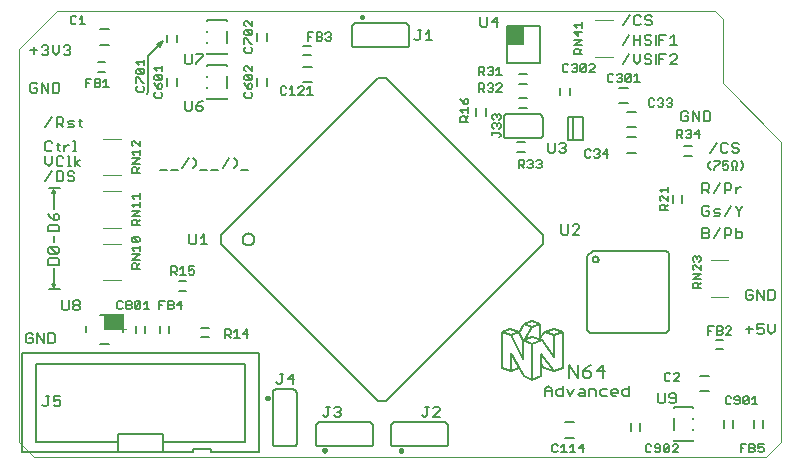
<source format=gto>
G04 EAGLE Gerber RS-274X export*
G75*
%MOMM*%
%FSLAX34Y34*%
%LPD*%
%INseide top*%
%IPPOS*%
%AMOC8*
5,1,8,0,0,1.08239X$1,22.5*%
G01*
%ADD10C,0.000000*%
%ADD11C,0.152400*%
%ADD12C,0.127000*%
%ADD13C,0.203200*%
%ADD14C,0.304800*%
%ADD15C,0.200000*%
%ADD16C,0.101600*%

G36*
X430595Y348627D02*
X430595Y348627D01*
X430661Y348629D01*
X430704Y348647D01*
X430751Y348655D01*
X430808Y348689D01*
X430868Y348714D01*
X430903Y348745D01*
X430944Y348770D01*
X430986Y348821D01*
X431034Y348865D01*
X431056Y348907D01*
X431085Y348944D01*
X431106Y349006D01*
X431137Y349065D01*
X431145Y349119D01*
X431157Y349156D01*
X431156Y349196D01*
X431164Y349250D01*
X431164Y364940D01*
X431153Y365005D01*
X431151Y365071D01*
X431133Y365114D01*
X431125Y365161D01*
X431091Y365218D01*
X431066Y365278D01*
X431035Y365313D01*
X431010Y365354D01*
X430959Y365396D01*
X430915Y365444D01*
X430873Y365466D01*
X430836Y365495D01*
X430774Y365516D01*
X430715Y365547D01*
X430661Y365555D01*
X430624Y365567D01*
X430584Y365566D01*
X430530Y365574D01*
X417530Y365574D01*
X417465Y365563D01*
X417399Y365561D01*
X417356Y365543D01*
X417309Y365535D01*
X417252Y365501D01*
X417192Y365476D01*
X417157Y365445D01*
X417116Y365420D01*
X417075Y365369D01*
X417026Y365325D01*
X417004Y365283D01*
X416975Y365246D01*
X416954Y365184D01*
X416923Y365125D01*
X416915Y365071D01*
X416903Y365034D01*
X416904Y364994D01*
X416896Y364940D01*
X416896Y349250D01*
X416907Y349185D01*
X416909Y349119D01*
X416927Y349076D01*
X416935Y349029D01*
X416969Y348972D01*
X416994Y348912D01*
X417025Y348877D01*
X417050Y348836D01*
X417101Y348795D01*
X417145Y348746D01*
X417187Y348724D01*
X417224Y348695D01*
X417286Y348674D01*
X417345Y348643D01*
X417399Y348635D01*
X417436Y348623D01*
X417476Y348624D01*
X417530Y348616D01*
X430530Y348616D01*
X430595Y348627D01*
G37*
G36*
X92267Y107581D02*
X92267Y107581D01*
X92333Y107583D01*
X92376Y107601D01*
X92423Y107609D01*
X92480Y107643D01*
X92540Y107668D01*
X92575Y107699D01*
X92616Y107724D01*
X92658Y107775D01*
X92706Y107819D01*
X92728Y107861D01*
X92757Y107898D01*
X92778Y107960D01*
X92809Y108019D01*
X92817Y108073D01*
X92829Y108110D01*
X92828Y108150D01*
X92836Y108204D01*
X92836Y120396D01*
X92825Y120461D01*
X92823Y120527D01*
X92805Y120570D01*
X92797Y120617D01*
X92763Y120674D01*
X92738Y120734D01*
X92707Y120769D01*
X92682Y120810D01*
X92631Y120852D01*
X92587Y120900D01*
X92545Y120922D01*
X92508Y120951D01*
X92446Y120972D01*
X92387Y121003D01*
X92333Y121011D01*
X92296Y121023D01*
X92256Y121022D01*
X92202Y121030D01*
X76200Y121030D01*
X76135Y121019D01*
X76069Y121017D01*
X76026Y120999D01*
X75979Y120991D01*
X75922Y120957D01*
X75862Y120932D01*
X75827Y120901D01*
X75786Y120876D01*
X75745Y120825D01*
X75696Y120781D01*
X75674Y120739D01*
X75645Y120702D01*
X75624Y120640D01*
X75593Y120581D01*
X75585Y120527D01*
X75573Y120490D01*
X75574Y120450D01*
X75566Y120396D01*
X75566Y108204D01*
X75577Y108139D01*
X75579Y108073D01*
X75597Y108030D01*
X75605Y107983D01*
X75639Y107926D01*
X75664Y107866D01*
X75695Y107831D01*
X75720Y107790D01*
X75771Y107749D01*
X75815Y107700D01*
X75857Y107678D01*
X75894Y107649D01*
X75956Y107628D01*
X76015Y107597D01*
X76069Y107589D01*
X76106Y107577D01*
X76146Y107578D01*
X76200Y107570D01*
X92202Y107570D01*
X92267Y107581D01*
G37*
D10*
X16510Y0D02*
X3810Y12700D01*
X3810Y345440D01*
X35560Y377190D01*
X593090Y377190D01*
X599440Y370840D01*
X599440Y316230D01*
X648970Y266700D01*
X648970Y12700D01*
X636270Y0D02*
X16510Y0D01*
X636270Y0D02*
X648970Y12700D01*
D11*
X19224Y344174D02*
X13462Y344174D01*
X16343Y347055D02*
X16343Y341293D01*
X22817Y347055D02*
X24258Y348495D01*
X27139Y348495D01*
X28579Y347055D01*
X28579Y345614D01*
X27139Y344174D01*
X25698Y344174D01*
X27139Y344174D02*
X28579Y342733D01*
X28579Y341293D01*
X27139Y339852D01*
X24258Y339852D01*
X22817Y341293D01*
X32172Y342733D02*
X32172Y348495D01*
X32172Y342733D02*
X35054Y339852D01*
X37935Y342733D01*
X37935Y348495D01*
X41528Y347055D02*
X42968Y348495D01*
X45849Y348495D01*
X47290Y347055D01*
X47290Y345614D01*
X45849Y344174D01*
X44409Y344174D01*
X45849Y344174D02*
X47290Y342733D01*
X47290Y341293D01*
X45849Y339852D01*
X42968Y339852D01*
X41528Y341293D01*
X17784Y316745D02*
X19224Y315305D01*
X17784Y316745D02*
X14903Y316745D01*
X13462Y315305D01*
X13462Y309543D01*
X14903Y308102D01*
X17784Y308102D01*
X19224Y309543D01*
X19224Y312424D01*
X16343Y312424D01*
X22817Y316745D02*
X22817Y308102D01*
X28579Y308102D02*
X22817Y316745D01*
X28579Y316745D02*
X28579Y308102D01*
X32172Y308102D02*
X32172Y316745D01*
X32172Y308102D02*
X36494Y308102D01*
X37935Y309543D01*
X37935Y315305D01*
X36494Y316745D01*
X32172Y316745D01*
X26162Y254515D02*
X26162Y248753D01*
X29043Y245872D01*
X31924Y248753D01*
X31924Y254515D01*
X39839Y254515D02*
X41279Y253075D01*
X39839Y254515D02*
X36958Y254515D01*
X35517Y253075D01*
X35517Y247313D01*
X36958Y245872D01*
X39839Y245872D01*
X41279Y247313D01*
X44872Y254515D02*
X46313Y254515D01*
X46313Y245872D01*
X44872Y245872D02*
X47754Y245872D01*
X51109Y245872D02*
X51109Y254515D01*
X51109Y248753D02*
X55431Y245872D01*
X51109Y248753D02*
X55431Y251634D01*
X31924Y241815D02*
X26162Y233172D01*
X35517Y233172D02*
X35517Y241815D01*
X35517Y233172D02*
X39839Y233172D01*
X41279Y234613D01*
X41279Y240375D01*
X39839Y241815D01*
X35517Y241815D01*
X49194Y241815D02*
X50635Y240375D01*
X49194Y241815D02*
X46313Y241815D01*
X44872Y240375D01*
X44872Y238934D01*
X46313Y237494D01*
X49194Y237494D01*
X50635Y236053D01*
X50635Y234613D01*
X49194Y233172D01*
X46313Y233172D01*
X44872Y234613D01*
X37338Y162794D02*
X28695Y162794D01*
X37338Y162794D02*
X37338Y167116D01*
X35897Y168556D01*
X30135Y168556D01*
X28695Y167116D01*
X28695Y162794D01*
X30135Y172149D02*
X35897Y172149D01*
X30135Y172149D02*
X28695Y173590D01*
X28695Y176471D01*
X30135Y177911D01*
X35897Y177911D01*
X37338Y176471D01*
X37338Y173590D01*
X35897Y172149D01*
X30135Y177911D01*
X33016Y181504D02*
X33016Y187267D01*
X28695Y190860D02*
X37338Y190860D01*
X37338Y195181D01*
X35897Y196622D01*
X30135Y196622D01*
X28695Y195181D01*
X28695Y190860D01*
X30135Y203096D02*
X28695Y205977D01*
X30135Y203096D02*
X33016Y200215D01*
X35897Y200215D01*
X37338Y201655D01*
X37338Y204536D01*
X35897Y205977D01*
X34457Y205977D01*
X33016Y204536D01*
X33016Y200215D01*
X29210Y227330D02*
X38100Y227330D01*
X38100Y142240D02*
X29210Y142240D01*
X33020Y209550D02*
X33020Y226060D01*
X31750Y223520D01*
X34290Y223520D02*
X33020Y226060D01*
X33020Y160020D02*
X33020Y143510D01*
X34290Y146050D01*
X31750Y146050D02*
X33020Y143510D01*
X13974Y104655D02*
X15414Y103215D01*
X13974Y104655D02*
X11093Y104655D01*
X9652Y103215D01*
X9652Y97453D01*
X11093Y96012D01*
X13974Y96012D01*
X15414Y97453D01*
X15414Y100334D01*
X12533Y100334D01*
X19007Y104655D02*
X19007Y96012D01*
X24769Y96012D02*
X19007Y104655D01*
X24769Y104655D02*
X24769Y96012D01*
X28362Y96012D02*
X28362Y104655D01*
X28362Y96012D02*
X32684Y96012D01*
X34125Y97453D01*
X34125Y103215D01*
X32684Y104655D01*
X28362Y104655D01*
X40132Y125393D02*
X40132Y132595D01*
X40132Y125393D02*
X41573Y123952D01*
X44454Y123952D01*
X45894Y125393D01*
X45894Y132595D01*
X49487Y131155D02*
X50928Y132595D01*
X53809Y132595D01*
X55249Y131155D01*
X55249Y129714D01*
X53809Y128274D01*
X55249Y126833D01*
X55249Y125393D01*
X53809Y123952D01*
X50928Y123952D01*
X49487Y125393D01*
X49487Y126833D01*
X50928Y128274D01*
X49487Y129714D01*
X49487Y131155D01*
X50928Y128274D02*
X53809Y128274D01*
D12*
X90427Y131959D02*
X91571Y130815D01*
X90427Y131959D02*
X88139Y131959D01*
X86995Y130815D01*
X86995Y126239D01*
X88139Y125095D01*
X90427Y125095D01*
X91571Y126239D01*
X94479Y130815D02*
X95623Y131959D01*
X97911Y131959D01*
X99055Y130815D01*
X99055Y129671D01*
X97911Y128527D01*
X99055Y127383D01*
X99055Y126239D01*
X97911Y125095D01*
X95623Y125095D01*
X94479Y126239D01*
X94479Y127383D01*
X95623Y128527D01*
X94479Y129671D01*
X94479Y130815D01*
X95623Y128527D02*
X97911Y128527D01*
X101963Y126239D02*
X101963Y130815D01*
X103107Y131959D01*
X105395Y131959D01*
X106539Y130815D01*
X106539Y126239D01*
X105395Y125095D01*
X103107Y125095D01*
X101963Y126239D01*
X106539Y130815D01*
X109447Y129671D02*
X111735Y131959D01*
X111735Y125095D01*
X109447Y125095D02*
X114023Y125095D01*
X106045Y159385D02*
X99181Y159385D01*
X99181Y162817D01*
X100325Y163961D01*
X102613Y163961D01*
X103757Y162817D01*
X103757Y159385D01*
X103757Y161673D02*
X106045Y163961D01*
X106045Y166869D02*
X99181Y166869D01*
X106045Y171445D01*
X99181Y171445D01*
X101469Y174353D02*
X99181Y176641D01*
X106045Y176641D01*
X106045Y174353D02*
X106045Y178929D01*
X104901Y181837D02*
X100325Y181837D01*
X99181Y182981D01*
X99181Y185269D01*
X100325Y186413D01*
X104901Y186413D01*
X106045Y185269D01*
X106045Y182981D01*
X104901Y181837D01*
X100325Y186413D01*
X99181Y196215D02*
X106045Y196215D01*
X99181Y196215D02*
X99181Y199647D01*
X100325Y200791D01*
X102613Y200791D01*
X103757Y199647D01*
X103757Y196215D01*
X103757Y198503D02*
X106045Y200791D01*
X106045Y203699D02*
X99181Y203699D01*
X106045Y208275D01*
X99181Y208275D01*
X101469Y211183D02*
X99181Y213471D01*
X106045Y213471D01*
X106045Y211183D02*
X106045Y215759D01*
X101469Y218667D02*
X99181Y220955D01*
X106045Y220955D01*
X106045Y218667D02*
X106045Y223243D01*
X106045Y240665D02*
X99181Y240665D01*
X99181Y244097D01*
X100325Y245241D01*
X102613Y245241D01*
X103757Y244097D01*
X103757Y240665D01*
X103757Y242953D02*
X106045Y245241D01*
X106045Y248149D02*
X99181Y248149D01*
X106045Y252725D01*
X99181Y252725D01*
X101469Y255633D02*
X99181Y257921D01*
X106045Y257921D01*
X106045Y255633D02*
X106045Y260209D01*
X106045Y263117D02*
X106045Y267693D01*
X106045Y263117D02*
X101469Y267693D01*
X100325Y267693D01*
X99181Y266549D01*
X99181Y264261D01*
X100325Y263117D01*
X60325Y313055D02*
X60325Y319919D01*
X64901Y319919D01*
X62613Y316487D02*
X60325Y316487D01*
X67809Y313055D02*
X67809Y319919D01*
X71241Y319919D01*
X72385Y318775D01*
X72385Y317631D01*
X71241Y316487D01*
X72385Y315343D01*
X72385Y314199D01*
X71241Y313055D01*
X67809Y313055D01*
X67809Y316487D02*
X71241Y316487D01*
X75293Y317631D02*
X77581Y319919D01*
X77581Y313055D01*
X75293Y313055D02*
X79869Y313055D01*
X52201Y372115D02*
X51057Y373259D01*
X48769Y373259D01*
X47625Y372115D01*
X47625Y367539D01*
X48769Y366395D01*
X51057Y366395D01*
X52201Y367539D01*
X55109Y370971D02*
X57397Y373259D01*
X57397Y366395D01*
X55109Y366395D02*
X59685Y366395D01*
X132715Y161169D02*
X132715Y154305D01*
X132715Y161169D02*
X136147Y161169D01*
X137291Y160025D01*
X137291Y157737D01*
X136147Y156593D01*
X132715Y156593D01*
X135003Y156593D02*
X137291Y154305D01*
X140199Y158881D02*
X142487Y161169D01*
X142487Y154305D01*
X140199Y154305D02*
X144775Y154305D01*
X147683Y161169D02*
X152259Y161169D01*
X147683Y161169D02*
X147683Y157737D01*
X149971Y158881D01*
X151115Y158881D01*
X152259Y157737D01*
X152259Y155449D01*
X151115Y154305D01*
X148827Y154305D01*
X147683Y155449D01*
X178435Y107829D02*
X178435Y100965D01*
X178435Y107829D02*
X181867Y107829D01*
X183011Y106685D01*
X183011Y104397D01*
X181867Y103253D01*
X178435Y103253D01*
X180723Y103253D02*
X183011Y100965D01*
X185919Y105541D02*
X188207Y107829D01*
X188207Y100965D01*
X185919Y100965D02*
X190495Y100965D01*
X196835Y100965D02*
X196835Y107829D01*
X193403Y104397D01*
X197979Y104397D01*
D11*
X25063Y42672D02*
X23622Y44113D01*
X25063Y42672D02*
X26503Y42672D01*
X27944Y44113D01*
X27944Y51315D01*
X29384Y51315D02*
X26503Y51315D01*
X32977Y51315D02*
X38739Y51315D01*
X32977Y51315D02*
X32977Y46994D01*
X35858Y48434D01*
X37299Y48434D01*
X38739Y46994D01*
X38739Y44113D01*
X37299Y42672D01*
X34418Y42672D01*
X32977Y44113D01*
X148082Y181273D02*
X148082Y188475D01*
X148082Y181273D02*
X149523Y179832D01*
X152404Y179832D01*
X153844Y181273D01*
X153844Y188475D01*
X157437Y185594D02*
X160318Y188475D01*
X160318Y179832D01*
X157437Y179832D02*
X163199Y179832D01*
X144272Y294303D02*
X144272Y301505D01*
X144272Y294303D02*
X145713Y292862D01*
X148594Y292862D01*
X150034Y294303D01*
X150034Y301505D01*
X156508Y300065D02*
X159389Y301505D01*
X156508Y300065D02*
X153627Y297184D01*
X153627Y294303D01*
X155068Y292862D01*
X157949Y292862D01*
X159389Y294303D01*
X159389Y295743D01*
X157949Y297184D01*
X153627Y297184D01*
X144272Y333673D02*
X144272Y340875D01*
X144272Y333673D02*
X145713Y332232D01*
X148594Y332232D01*
X150034Y333673D01*
X150034Y340875D01*
X153627Y340875D02*
X159389Y340875D01*
X159389Y339435D01*
X153627Y333673D01*
X153627Y332232D01*
D12*
X104135Y313821D02*
X102991Y312677D01*
X102991Y310389D01*
X104135Y309245D01*
X108711Y309245D01*
X109855Y310389D01*
X109855Y312677D01*
X108711Y313821D01*
X102991Y316729D02*
X102991Y321305D01*
X104135Y321305D01*
X108711Y316729D01*
X109855Y316729D01*
X108711Y324213D02*
X104135Y324213D01*
X102991Y325357D01*
X102991Y327645D01*
X104135Y328789D01*
X108711Y328789D01*
X109855Y327645D01*
X109855Y325357D01*
X108711Y324213D01*
X104135Y328789D01*
X105279Y331697D02*
X102991Y333985D01*
X109855Y333985D01*
X109855Y331697D02*
X109855Y336273D01*
X119375Y308741D02*
X118231Y307597D01*
X118231Y305309D01*
X119375Y304165D01*
X123951Y304165D01*
X125095Y305309D01*
X125095Y307597D01*
X123951Y308741D01*
X119375Y313937D02*
X118231Y316225D01*
X119375Y313937D02*
X121663Y311649D01*
X123951Y311649D01*
X125095Y312793D01*
X125095Y315081D01*
X123951Y316225D01*
X122807Y316225D01*
X121663Y315081D01*
X121663Y311649D01*
X123951Y319133D02*
X119375Y319133D01*
X118231Y320277D01*
X118231Y322565D01*
X119375Y323709D01*
X123951Y323709D01*
X125095Y322565D01*
X125095Y320277D01*
X123951Y319133D01*
X119375Y323709D01*
X120519Y326617D02*
X118231Y328905D01*
X125095Y328905D01*
X125095Y326617D02*
X125095Y331193D01*
X194431Y307597D02*
X195575Y308741D01*
X194431Y307597D02*
X194431Y305309D01*
X195575Y304165D01*
X200151Y304165D01*
X201295Y305309D01*
X201295Y307597D01*
X200151Y308741D01*
X195575Y313937D02*
X194431Y316225D01*
X195575Y313937D02*
X197863Y311649D01*
X200151Y311649D01*
X201295Y312793D01*
X201295Y315081D01*
X200151Y316225D01*
X199007Y316225D01*
X197863Y315081D01*
X197863Y311649D01*
X200151Y319133D02*
X195575Y319133D01*
X194431Y320277D01*
X194431Y322565D01*
X195575Y323709D01*
X200151Y323709D01*
X201295Y322565D01*
X201295Y320277D01*
X200151Y319133D01*
X195575Y323709D01*
X201295Y326617D02*
X201295Y331193D01*
X201295Y326617D02*
X196719Y331193D01*
X195575Y331193D01*
X194431Y330049D01*
X194431Y327761D01*
X195575Y326617D01*
X194431Y345697D02*
X195575Y346841D01*
X194431Y345697D02*
X194431Y343409D01*
X195575Y342265D01*
X200151Y342265D01*
X201295Y343409D01*
X201295Y345697D01*
X200151Y346841D01*
X194431Y349749D02*
X194431Y354325D01*
X195575Y354325D01*
X200151Y349749D01*
X201295Y349749D01*
X200151Y357233D02*
X195575Y357233D01*
X194431Y358377D01*
X194431Y360665D01*
X195575Y361809D01*
X200151Y361809D01*
X201295Y360665D01*
X201295Y358377D01*
X200151Y357233D01*
X195575Y361809D01*
X201295Y364717D02*
X201295Y369293D01*
X201295Y364717D02*
X196719Y369293D01*
X195575Y369293D01*
X194431Y368149D01*
X194431Y365861D01*
X195575Y364717D01*
X228857Y313569D02*
X230001Y312425D01*
X228857Y313569D02*
X226569Y313569D01*
X225425Y312425D01*
X225425Y307849D01*
X226569Y306705D01*
X228857Y306705D01*
X230001Y307849D01*
X232909Y311281D02*
X235197Y313569D01*
X235197Y306705D01*
X232909Y306705D02*
X237485Y306705D01*
X240393Y306705D02*
X244969Y306705D01*
X240393Y306705D02*
X244969Y311281D01*
X244969Y312425D01*
X243825Y313569D01*
X241537Y313569D01*
X240393Y312425D01*
X247877Y311281D02*
X250165Y313569D01*
X250165Y306705D01*
X247877Y306705D02*
X252453Y306705D01*
X248285Y352425D02*
X248285Y359289D01*
X252861Y359289D01*
X250573Y355857D02*
X248285Y355857D01*
X255769Y352425D02*
X255769Y359289D01*
X259201Y359289D01*
X260345Y358145D01*
X260345Y357001D01*
X259201Y355857D01*
X260345Y354713D01*
X260345Y353569D01*
X259201Y352425D01*
X255769Y352425D01*
X255769Y355857D02*
X259201Y355857D01*
X263253Y358145D02*
X264397Y359289D01*
X266685Y359289D01*
X267829Y358145D01*
X267829Y357001D01*
X266685Y355857D01*
X265541Y355857D01*
X266685Y355857D02*
X267829Y354713D01*
X267829Y353569D01*
X266685Y352425D01*
X264397Y352425D01*
X263253Y353569D01*
D11*
X338582Y353993D02*
X340023Y352552D01*
X341463Y352552D01*
X342904Y353993D01*
X342904Y361195D01*
X344344Y361195D02*
X341463Y361195D01*
X347937Y358314D02*
X350818Y361195D01*
X350818Y352552D01*
X347937Y352552D02*
X353699Y352552D01*
X344932Y35223D02*
X346373Y33782D01*
X347813Y33782D01*
X349254Y35223D01*
X349254Y42425D01*
X350694Y42425D02*
X347813Y42425D01*
X354287Y33782D02*
X360049Y33782D01*
X354287Y33782D02*
X360049Y39544D01*
X360049Y40985D01*
X358609Y42425D01*
X355728Y42425D01*
X354287Y40985D01*
X262553Y33782D02*
X261112Y35223D01*
X262553Y33782D02*
X263993Y33782D01*
X265434Y35223D01*
X265434Y42425D01*
X266874Y42425D02*
X263993Y42425D01*
X270467Y40985D02*
X271908Y42425D01*
X274789Y42425D01*
X276229Y40985D01*
X276229Y39544D01*
X274789Y38104D01*
X273348Y38104D01*
X274789Y38104D02*
X276229Y36663D01*
X276229Y35223D01*
X274789Y33782D01*
X271908Y33782D01*
X270467Y35223D01*
X223183Y61722D02*
X221742Y63163D01*
X223183Y61722D02*
X224623Y61722D01*
X226064Y63163D01*
X226064Y70365D01*
X227504Y70365D02*
X224623Y70365D01*
X235419Y70365D02*
X235419Y61722D01*
X231097Y66044D02*
X235419Y70365D01*
X236859Y66044D02*
X231097Y66044D01*
X394462Y365423D02*
X394462Y372625D01*
X394462Y365423D02*
X395903Y363982D01*
X398784Y363982D01*
X400224Y365423D01*
X400224Y372625D01*
X408139Y372625D02*
X408139Y363982D01*
X403817Y368304D02*
X408139Y372625D01*
X409579Y368304D02*
X403817Y368304D01*
D12*
X473831Y340995D02*
X480695Y340995D01*
X473831Y340995D02*
X473831Y344427D01*
X474975Y345571D01*
X477263Y345571D01*
X478407Y344427D01*
X478407Y340995D01*
X478407Y343283D02*
X480695Y345571D01*
X480695Y348479D02*
X473831Y348479D01*
X480695Y353055D01*
X473831Y353055D01*
X473831Y359395D02*
X480695Y359395D01*
X477263Y355963D02*
X473831Y359395D01*
X477263Y360539D02*
X477263Y355963D01*
X476119Y363447D02*
X473831Y365735D01*
X480695Y365735D01*
X480695Y363447D02*
X480695Y368023D01*
X505717Y324364D02*
X506861Y323220D01*
X505717Y324364D02*
X503429Y324364D01*
X502285Y323220D01*
X502285Y318644D01*
X503429Y317500D01*
X505717Y317500D01*
X506861Y318644D01*
X509769Y323220D02*
X510913Y324364D01*
X513201Y324364D01*
X514345Y323220D01*
X514345Y322076D01*
X513201Y320932D01*
X512057Y320932D01*
X513201Y320932D02*
X514345Y319788D01*
X514345Y318644D01*
X513201Y317500D01*
X510913Y317500D01*
X509769Y318644D01*
X517253Y318644D02*
X517253Y323220D01*
X518397Y324364D01*
X520685Y324364D01*
X521829Y323220D01*
X521829Y318644D01*
X520685Y317500D01*
X518397Y317500D01*
X517253Y318644D01*
X521829Y323220D01*
X524737Y322076D02*
X527025Y324364D01*
X527025Y317500D01*
X524737Y317500D02*
X529313Y317500D01*
X540642Y303409D02*
X541786Y302265D01*
X540642Y303409D02*
X538354Y303409D01*
X537210Y302265D01*
X537210Y297689D01*
X538354Y296545D01*
X540642Y296545D01*
X541786Y297689D01*
X544694Y302265D02*
X545838Y303409D01*
X548126Y303409D01*
X549270Y302265D01*
X549270Y301121D01*
X548126Y299977D01*
X546982Y299977D01*
X548126Y299977D02*
X549270Y298833D01*
X549270Y297689D01*
X548126Y296545D01*
X545838Y296545D01*
X544694Y297689D01*
X552178Y302265D02*
X553322Y303409D01*
X555610Y303409D01*
X556754Y302265D01*
X556754Y301121D01*
X555610Y299977D01*
X554466Y299977D01*
X555610Y299977D02*
X556754Y298833D01*
X556754Y297689D01*
X555610Y296545D01*
X553322Y296545D01*
X552178Y297689D01*
X487811Y259085D02*
X486667Y260229D01*
X484379Y260229D01*
X483235Y259085D01*
X483235Y254509D01*
X484379Y253365D01*
X486667Y253365D01*
X487811Y254509D01*
X490719Y259085D02*
X491863Y260229D01*
X494151Y260229D01*
X495295Y259085D01*
X495295Y257941D01*
X494151Y256797D01*
X493007Y256797D01*
X494151Y256797D02*
X495295Y255653D01*
X495295Y254509D01*
X494151Y253365D01*
X491863Y253365D01*
X490719Y254509D01*
X501635Y253365D02*
X501635Y260229D01*
X498203Y256797D01*
X502779Y256797D01*
X560705Y269875D02*
X560705Y276739D01*
X564137Y276739D01*
X565281Y275595D01*
X565281Y273307D01*
X564137Y272163D01*
X560705Y272163D01*
X562993Y272163D02*
X565281Y269875D01*
X568189Y275595D02*
X569333Y276739D01*
X571621Y276739D01*
X572765Y275595D01*
X572765Y274451D01*
X571621Y273307D01*
X570477Y273307D01*
X571621Y273307D02*
X572765Y272163D01*
X572765Y271019D01*
X571621Y269875D01*
X569333Y269875D01*
X568189Y271019D01*
X579105Y269875D02*
X579105Y276739D01*
X575673Y273307D01*
X580249Y273307D01*
X384175Y283845D02*
X377311Y283845D01*
X377311Y287277D01*
X378455Y288421D01*
X380743Y288421D01*
X381887Y287277D01*
X381887Y283845D01*
X381887Y286133D02*
X384175Y288421D01*
X379599Y291329D02*
X377311Y293617D01*
X384175Y293617D01*
X384175Y291329D02*
X384175Y295905D01*
X378455Y301101D02*
X377311Y303389D01*
X378455Y301101D02*
X380743Y298813D01*
X383031Y298813D01*
X384175Y299957D01*
X384175Y302245D01*
X383031Y303389D01*
X381887Y303389D01*
X380743Y302245D01*
X380743Y298813D01*
X393065Y323215D02*
X393065Y330079D01*
X396497Y330079D01*
X397641Y328935D01*
X397641Y326647D01*
X396497Y325503D01*
X393065Y325503D01*
X395353Y325503D02*
X397641Y323215D01*
X400549Y328935D02*
X401693Y330079D01*
X403981Y330079D01*
X405125Y328935D01*
X405125Y327791D01*
X403981Y326647D01*
X402837Y326647D01*
X403981Y326647D02*
X405125Y325503D01*
X405125Y324359D01*
X403981Y323215D01*
X401693Y323215D01*
X400549Y324359D01*
X408033Y327791D02*
X410321Y330079D01*
X410321Y323215D01*
X408033Y323215D02*
X412609Y323215D01*
X393065Y316109D02*
X393065Y309245D01*
X393065Y316109D02*
X396497Y316109D01*
X397641Y314965D01*
X397641Y312677D01*
X396497Y311533D01*
X393065Y311533D01*
X395353Y311533D02*
X397641Y309245D01*
X400549Y314965D02*
X401693Y316109D01*
X403981Y316109D01*
X405125Y314965D01*
X405125Y313821D01*
X403981Y312677D01*
X402837Y312677D01*
X403981Y312677D02*
X405125Y311533D01*
X405125Y310389D01*
X403981Y309245D01*
X401693Y309245D01*
X400549Y310389D01*
X408033Y309245D02*
X412609Y309245D01*
X408033Y309245D02*
X412609Y313821D01*
X412609Y314965D01*
X411465Y316109D01*
X409177Y316109D01*
X408033Y314965D01*
X467617Y332619D02*
X468761Y331475D01*
X467617Y332619D02*
X465329Y332619D01*
X464185Y331475D01*
X464185Y326899D01*
X465329Y325755D01*
X467617Y325755D01*
X468761Y326899D01*
X471669Y331475D02*
X472813Y332619D01*
X475101Y332619D01*
X476245Y331475D01*
X476245Y330331D01*
X475101Y329187D01*
X473957Y329187D01*
X475101Y329187D02*
X476245Y328043D01*
X476245Y326899D01*
X475101Y325755D01*
X472813Y325755D01*
X471669Y326899D01*
X479153Y326899D02*
X479153Y331475D01*
X480297Y332619D01*
X482585Y332619D01*
X483729Y331475D01*
X483729Y326899D01*
X482585Y325755D01*
X480297Y325755D01*
X479153Y326899D01*
X483729Y331475D01*
X486637Y325755D02*
X491213Y325755D01*
X486637Y325755D02*
X491213Y330331D01*
X491213Y331475D01*
X490069Y332619D01*
X487781Y332619D01*
X486637Y331475D01*
D11*
X451612Y265945D02*
X451612Y258743D01*
X453053Y257302D01*
X455934Y257302D01*
X457374Y258743D01*
X457374Y265945D01*
X460967Y264505D02*
X462408Y265945D01*
X465289Y265945D01*
X466729Y264505D01*
X466729Y263064D01*
X465289Y261624D01*
X463848Y261624D01*
X465289Y261624D02*
X466729Y260183D01*
X466729Y258743D01*
X465289Y257302D01*
X462408Y257302D01*
X460967Y258743D01*
X514986Y365252D02*
X520749Y373895D01*
X528663Y373895D02*
X530104Y372455D01*
X528663Y373895D02*
X525782Y373895D01*
X524342Y372455D01*
X524342Y366693D01*
X525782Y365252D01*
X528663Y365252D01*
X530104Y366693D01*
X538019Y373895D02*
X539459Y372455D01*
X538019Y373895D02*
X535137Y373895D01*
X533697Y372455D01*
X533697Y371014D01*
X535137Y369574D01*
X538019Y369574D01*
X539459Y368133D01*
X539459Y366693D01*
X538019Y365252D01*
X535137Y365252D01*
X533697Y366693D01*
X520510Y357385D02*
X514748Y348742D01*
X524103Y348742D02*
X524103Y357385D01*
X524103Y353064D02*
X529865Y353064D01*
X529865Y357385D02*
X529865Y348742D01*
X537780Y357385D02*
X539220Y355945D01*
X537780Y357385D02*
X534899Y357385D01*
X533458Y355945D01*
X533458Y354504D01*
X534899Y353064D01*
X537780Y353064D01*
X539220Y351623D01*
X539220Y350183D01*
X537780Y348742D01*
X534899Y348742D01*
X533458Y350183D01*
X542813Y348742D02*
X542813Y357385D01*
X545932Y357385D02*
X545932Y348742D01*
X545932Y357385D02*
X551694Y357385D01*
X548813Y353064D02*
X545932Y353064D01*
X555287Y354504D02*
X558168Y357385D01*
X558168Y348742D01*
X555287Y348742D02*
X561049Y348742D01*
X520510Y340875D02*
X514748Y332232D01*
X524103Y335113D02*
X524103Y340875D01*
X524103Y335113D02*
X526984Y332232D01*
X529865Y335113D01*
X529865Y340875D01*
X537780Y340875D02*
X539220Y339435D01*
X537780Y340875D02*
X534899Y340875D01*
X533458Y339435D01*
X533458Y337994D01*
X534899Y336554D01*
X537780Y336554D01*
X539220Y335113D01*
X539220Y333673D01*
X537780Y332232D01*
X534899Y332232D01*
X533458Y333673D01*
X542813Y332232D02*
X542813Y340875D01*
X545932Y340875D02*
X545932Y332232D01*
X545932Y340875D02*
X551694Y340875D01*
X548813Y336554D02*
X545932Y336554D01*
X555287Y332232D02*
X561049Y332232D01*
X555287Y332232D02*
X561049Y337994D01*
X561049Y339435D01*
X559608Y340875D01*
X556727Y340875D01*
X555287Y339435D01*
X568964Y292615D02*
X570404Y291175D01*
X568964Y292615D02*
X566083Y292615D01*
X564642Y291175D01*
X564642Y285413D01*
X566083Y283972D01*
X568964Y283972D01*
X570404Y285413D01*
X570404Y288294D01*
X567523Y288294D01*
X573997Y292615D02*
X573997Y283972D01*
X579759Y283972D02*
X573997Y292615D01*
X579759Y292615D02*
X579759Y283972D01*
X583352Y283972D02*
X583352Y292615D01*
X583352Y283972D02*
X587674Y283972D01*
X589115Y285413D01*
X589115Y291175D01*
X587674Y292615D01*
X583352Y292615D01*
X594534Y265945D02*
X588772Y257302D01*
X602449Y265945D02*
X603889Y264505D01*
X602449Y265945D02*
X599568Y265945D01*
X598127Y264505D01*
X598127Y258743D01*
X599568Y257302D01*
X602449Y257302D01*
X603889Y258743D01*
X611804Y265945D02*
X613245Y264505D01*
X611804Y265945D02*
X608923Y265945D01*
X607482Y264505D01*
X607482Y263064D01*
X608923Y261624D01*
X611804Y261624D01*
X613245Y260183D01*
X613245Y258743D01*
X611804Y257302D01*
X608923Y257302D01*
X607482Y258743D01*
D12*
X589663Y243205D02*
X587375Y245493D01*
X587375Y247781D01*
X589663Y250069D01*
X592364Y250069D02*
X596940Y250069D01*
X596940Y248925D01*
X592364Y244349D01*
X592364Y243205D01*
X599849Y250069D02*
X604425Y250069D01*
X599849Y250069D02*
X599849Y246637D01*
X602137Y247781D01*
X603281Y247781D01*
X604425Y246637D01*
X604425Y244349D01*
X603281Y243205D01*
X600993Y243205D01*
X599849Y244349D01*
X607333Y243205D02*
X608477Y243205D01*
X608477Y245493D01*
X607333Y246637D01*
X607333Y248925D01*
X608477Y250069D01*
X610765Y250069D01*
X611909Y248925D01*
X611909Y246637D01*
X610765Y245493D01*
X610765Y243205D01*
X611909Y243205D01*
X614817Y243205D02*
X617105Y245493D01*
X617105Y247781D01*
X614817Y250069D01*
D11*
X463042Y196730D02*
X463042Y189528D01*
X464483Y188087D01*
X467364Y188087D01*
X468804Y189528D01*
X468804Y196730D01*
X472397Y188087D02*
X478159Y188087D01*
X472397Y188087D02*
X478159Y193849D01*
X478159Y195290D01*
X476719Y196730D01*
X473838Y196730D01*
X472397Y195290D01*
D12*
X574161Y142875D02*
X581025Y142875D01*
X574161Y142875D02*
X574161Y146307D01*
X575305Y147451D01*
X577593Y147451D01*
X578737Y146307D01*
X578737Y142875D01*
X578737Y145163D02*
X581025Y147451D01*
X581025Y150359D02*
X574161Y150359D01*
X581025Y154935D01*
X574161Y154935D01*
X581025Y157843D02*
X581025Y162419D01*
X581025Y157843D02*
X576449Y162419D01*
X575305Y162419D01*
X574161Y161275D01*
X574161Y158987D01*
X575305Y157843D01*
X575305Y165327D02*
X574161Y166471D01*
X574161Y168759D01*
X575305Y169903D01*
X576449Y169903D01*
X577593Y168759D01*
X577593Y167615D01*
X577593Y168759D02*
X578737Y169903D01*
X579881Y169903D01*
X581025Y168759D01*
X581025Y166471D01*
X579881Y165327D01*
D11*
X582422Y223012D02*
X582422Y231655D01*
X586744Y231655D01*
X588184Y230215D01*
X588184Y227334D01*
X586744Y225893D01*
X582422Y225893D01*
X585303Y225893D02*
X588184Y223012D01*
X591777Y223012D02*
X597539Y231655D01*
X601132Y231655D02*
X601132Y223012D01*
X601132Y231655D02*
X605454Y231655D01*
X606895Y230215D01*
X606895Y227334D01*
X605454Y225893D01*
X601132Y225893D01*
X610488Y223012D02*
X610488Y228774D01*
X610488Y225893D02*
X613369Y228774D01*
X614809Y228774D01*
X623574Y141485D02*
X625014Y140045D01*
X623574Y141485D02*
X620693Y141485D01*
X619252Y140045D01*
X619252Y134283D01*
X620693Y132842D01*
X623574Y132842D01*
X625014Y134283D01*
X625014Y137164D01*
X622133Y137164D01*
X628607Y141485D02*
X628607Y132842D01*
X634369Y132842D02*
X628607Y141485D01*
X634369Y141485D02*
X634369Y132842D01*
X637962Y132842D02*
X637962Y141485D01*
X637962Y132842D02*
X642284Y132842D01*
X643725Y134283D01*
X643725Y140045D01*
X642284Y141485D01*
X637962Y141485D01*
X625014Y107954D02*
X619252Y107954D01*
X622133Y110835D02*
X622133Y105073D01*
X628607Y112275D02*
X634369Y112275D01*
X628607Y112275D02*
X628607Y107954D01*
X631488Y109394D01*
X632929Y109394D01*
X634369Y107954D01*
X634369Y105073D01*
X632929Y103632D01*
X630048Y103632D01*
X628607Y105073D01*
X637962Y106513D02*
X637962Y112275D01*
X637962Y106513D02*
X640844Y103632D01*
X643725Y106513D01*
X643725Y112275D01*
D12*
X587375Y110369D02*
X587375Y103505D01*
X587375Y110369D02*
X591951Y110369D01*
X589663Y106937D02*
X587375Y106937D01*
X594859Y103505D02*
X594859Y110369D01*
X598291Y110369D01*
X599435Y109225D01*
X599435Y108081D01*
X598291Y106937D01*
X599435Y105793D01*
X599435Y104649D01*
X598291Y103505D01*
X594859Y103505D01*
X594859Y106937D02*
X598291Y106937D01*
X602343Y103505D02*
X606919Y103505D01*
X602343Y103505D02*
X606919Y108081D01*
X606919Y109225D01*
X605775Y110369D01*
X603487Y110369D01*
X602343Y109225D01*
X555121Y69855D02*
X553977Y70999D01*
X551689Y70999D01*
X550545Y69855D01*
X550545Y65279D01*
X551689Y64135D01*
X553977Y64135D01*
X555121Y65279D01*
X558029Y64135D02*
X562605Y64135D01*
X558029Y64135D02*
X562605Y68711D01*
X562605Y69855D01*
X561461Y70999D01*
X559173Y70999D01*
X558029Y69855D01*
X553085Y208915D02*
X546221Y208915D01*
X546221Y212347D01*
X547365Y213491D01*
X549653Y213491D01*
X550797Y212347D01*
X550797Y208915D01*
X550797Y211203D02*
X553085Y213491D01*
X553085Y216399D02*
X553085Y220975D01*
X553085Y216399D02*
X548509Y220975D01*
X547365Y220975D01*
X546221Y219831D01*
X546221Y217543D01*
X547365Y216399D01*
X548509Y223883D02*
X546221Y226171D01*
X553085Y226171D01*
X553085Y223883D02*
X553085Y228459D01*
X122555Y131959D02*
X122555Y125095D01*
X122555Y131959D02*
X127131Y131959D01*
X124843Y128527D02*
X122555Y128527D01*
X130039Y125095D02*
X130039Y131959D01*
X133471Y131959D01*
X134615Y130815D01*
X134615Y129671D01*
X133471Y128527D01*
X134615Y127383D01*
X134615Y126239D01*
X133471Y125095D01*
X130039Y125095D01*
X130039Y128527D02*
X133471Y128527D01*
X140955Y125095D02*
X140955Y131959D01*
X137523Y128527D01*
X142099Y128527D01*
D11*
X449072Y57324D02*
X449072Y51562D01*
X449072Y57324D02*
X451953Y60205D01*
X454834Y57324D01*
X454834Y51562D01*
X454834Y55884D02*
X449072Y55884D01*
X464189Y60205D02*
X464189Y51562D01*
X459868Y51562D01*
X458427Y53003D01*
X458427Y55884D01*
X459868Y57324D01*
X464189Y57324D01*
X467782Y57324D02*
X470664Y51562D01*
X473545Y57324D01*
X478578Y57324D02*
X481459Y57324D01*
X482900Y55884D01*
X482900Y51562D01*
X478578Y51562D01*
X477138Y53003D01*
X478578Y54443D01*
X482900Y54443D01*
X486493Y51562D02*
X486493Y57324D01*
X490814Y57324D01*
X492255Y55884D01*
X492255Y51562D01*
X497289Y57324D02*
X501610Y57324D01*
X497289Y57324D02*
X495848Y55884D01*
X495848Y53003D01*
X497289Y51562D01*
X501610Y51562D01*
X506644Y51562D02*
X509525Y51562D01*
X506644Y51562D02*
X505203Y53003D01*
X505203Y55884D01*
X506644Y57324D01*
X509525Y57324D01*
X510965Y55884D01*
X510965Y54443D01*
X505203Y54443D01*
X520321Y51562D02*
X520321Y60205D01*
X520321Y51562D02*
X515999Y51562D01*
X514558Y53003D01*
X514558Y55884D01*
X515999Y57324D01*
X520321Y57324D01*
D13*
X469646Y67056D02*
X469646Y77733D01*
X476764Y67056D01*
X476764Y77733D01*
X484899Y75954D02*
X488458Y77733D01*
X484899Y75954D02*
X481340Y72395D01*
X481340Y68836D01*
X483119Y67056D01*
X486679Y67056D01*
X488458Y68836D01*
X488458Y70615D01*
X486679Y72395D01*
X481340Y72395D01*
X498373Y77733D02*
X498373Y67056D01*
X493034Y72395D02*
X498373Y77733D01*
X500152Y72395D02*
X493034Y72395D01*
D11*
X128834Y243161D02*
X123072Y243161D01*
X132427Y243161D02*
X138189Y243161D01*
X141782Y244602D02*
X147545Y253245D01*
X154019Y247483D02*
X151138Y244602D01*
X154019Y247483D02*
X154019Y250364D01*
X151138Y253245D01*
X157374Y243161D02*
X163137Y243161D01*
X166730Y243161D02*
X172492Y243161D01*
X176085Y244602D02*
X181847Y253245D01*
X188321Y247483D02*
X185440Y244602D01*
X188321Y247483D02*
X188321Y250364D01*
X185440Y253245D01*
X191677Y243161D02*
X197439Y243161D01*
D14*
X214062Y49530D02*
X214064Y49578D01*
X214070Y49625D01*
X214080Y49671D01*
X214094Y49717D01*
X214111Y49761D01*
X214132Y49804D01*
X214157Y49844D01*
X214185Y49883D01*
X214216Y49919D01*
X214250Y49952D01*
X214287Y49982D01*
X214326Y50010D01*
X214367Y50033D01*
X214410Y50054D01*
X214454Y50070D01*
X214500Y50083D01*
X214547Y50092D01*
X214594Y50097D01*
X214642Y50098D01*
X214689Y50095D01*
X214736Y50088D01*
X214783Y50077D01*
X214828Y50062D01*
X214872Y50044D01*
X214914Y50022D01*
X214954Y49996D01*
X214992Y49968D01*
X215027Y49936D01*
X215060Y49901D01*
X215090Y49864D01*
X215116Y49824D01*
X215139Y49783D01*
X215158Y49739D01*
X215174Y49694D01*
X215186Y49648D01*
X215194Y49601D01*
X215198Y49554D01*
X215198Y49506D01*
X215194Y49459D01*
X215186Y49412D01*
X215174Y49366D01*
X215158Y49321D01*
X215139Y49277D01*
X215116Y49236D01*
X215090Y49196D01*
X215060Y49159D01*
X215027Y49124D01*
X214992Y49092D01*
X214954Y49064D01*
X214914Y49038D01*
X214872Y49016D01*
X214828Y48998D01*
X214783Y48983D01*
X214736Y48972D01*
X214689Y48965D01*
X214642Y48962D01*
X214594Y48963D01*
X214547Y48968D01*
X214500Y48977D01*
X214454Y48990D01*
X214410Y49006D01*
X214367Y49027D01*
X214326Y49050D01*
X214287Y49078D01*
X214250Y49108D01*
X214216Y49141D01*
X214185Y49177D01*
X214157Y49216D01*
X214132Y49256D01*
X214111Y49299D01*
X214094Y49343D01*
X214080Y49389D01*
X214070Y49435D01*
X214064Y49482D01*
X214062Y49530D01*
X262322Y5080D02*
X262324Y5128D01*
X262330Y5175D01*
X262340Y5221D01*
X262354Y5267D01*
X262371Y5311D01*
X262392Y5354D01*
X262417Y5394D01*
X262445Y5433D01*
X262476Y5469D01*
X262510Y5502D01*
X262547Y5532D01*
X262586Y5560D01*
X262627Y5583D01*
X262670Y5604D01*
X262714Y5620D01*
X262760Y5633D01*
X262807Y5642D01*
X262854Y5647D01*
X262902Y5648D01*
X262949Y5645D01*
X262996Y5638D01*
X263043Y5627D01*
X263088Y5612D01*
X263132Y5594D01*
X263174Y5572D01*
X263214Y5546D01*
X263252Y5518D01*
X263287Y5486D01*
X263320Y5451D01*
X263350Y5414D01*
X263376Y5374D01*
X263399Y5333D01*
X263418Y5289D01*
X263434Y5244D01*
X263446Y5198D01*
X263454Y5151D01*
X263458Y5104D01*
X263458Y5056D01*
X263454Y5009D01*
X263446Y4962D01*
X263434Y4916D01*
X263418Y4871D01*
X263399Y4827D01*
X263376Y4786D01*
X263350Y4746D01*
X263320Y4709D01*
X263287Y4674D01*
X263252Y4642D01*
X263214Y4614D01*
X263174Y4588D01*
X263132Y4566D01*
X263088Y4548D01*
X263043Y4533D01*
X262996Y4522D01*
X262949Y4515D01*
X262902Y4512D01*
X262854Y4513D01*
X262807Y4518D01*
X262760Y4527D01*
X262714Y4540D01*
X262670Y4556D01*
X262627Y4577D01*
X262586Y4600D01*
X262547Y4628D01*
X262510Y4658D01*
X262476Y4691D01*
X262445Y4727D01*
X262417Y4766D01*
X262392Y4806D01*
X262371Y4849D01*
X262354Y4893D01*
X262340Y4939D01*
X262330Y4985D01*
X262324Y5032D01*
X262322Y5080D01*
X327092Y5080D02*
X327094Y5128D01*
X327100Y5175D01*
X327110Y5221D01*
X327124Y5267D01*
X327141Y5311D01*
X327162Y5354D01*
X327187Y5394D01*
X327215Y5433D01*
X327246Y5469D01*
X327280Y5502D01*
X327317Y5532D01*
X327356Y5560D01*
X327397Y5583D01*
X327440Y5604D01*
X327484Y5620D01*
X327530Y5633D01*
X327577Y5642D01*
X327624Y5647D01*
X327672Y5648D01*
X327719Y5645D01*
X327766Y5638D01*
X327813Y5627D01*
X327858Y5612D01*
X327902Y5594D01*
X327944Y5572D01*
X327984Y5546D01*
X328022Y5518D01*
X328057Y5486D01*
X328090Y5451D01*
X328120Y5414D01*
X328146Y5374D01*
X328169Y5333D01*
X328188Y5289D01*
X328204Y5244D01*
X328216Y5198D01*
X328224Y5151D01*
X328228Y5104D01*
X328228Y5056D01*
X328224Y5009D01*
X328216Y4962D01*
X328204Y4916D01*
X328188Y4871D01*
X328169Y4827D01*
X328146Y4786D01*
X328120Y4746D01*
X328090Y4709D01*
X328057Y4674D01*
X328022Y4642D01*
X327984Y4614D01*
X327944Y4588D01*
X327902Y4566D01*
X327858Y4548D01*
X327813Y4533D01*
X327766Y4522D01*
X327719Y4515D01*
X327672Y4512D01*
X327624Y4513D01*
X327577Y4518D01*
X327530Y4527D01*
X327484Y4540D01*
X327440Y4556D01*
X327397Y4577D01*
X327356Y4600D01*
X327317Y4628D01*
X327280Y4658D01*
X327246Y4691D01*
X327215Y4727D01*
X327187Y4766D01*
X327162Y4806D01*
X327141Y4849D01*
X327124Y4893D01*
X327110Y4939D01*
X327100Y4985D01*
X327094Y5032D01*
X327092Y5080D01*
X294072Y372110D02*
X294074Y372158D01*
X294080Y372205D01*
X294090Y372251D01*
X294104Y372297D01*
X294121Y372341D01*
X294142Y372384D01*
X294167Y372424D01*
X294195Y372463D01*
X294226Y372499D01*
X294260Y372532D01*
X294297Y372562D01*
X294336Y372590D01*
X294377Y372613D01*
X294420Y372634D01*
X294464Y372650D01*
X294510Y372663D01*
X294557Y372672D01*
X294604Y372677D01*
X294652Y372678D01*
X294699Y372675D01*
X294746Y372668D01*
X294793Y372657D01*
X294838Y372642D01*
X294882Y372624D01*
X294924Y372602D01*
X294964Y372576D01*
X295002Y372548D01*
X295037Y372516D01*
X295070Y372481D01*
X295100Y372444D01*
X295126Y372404D01*
X295149Y372363D01*
X295168Y372319D01*
X295184Y372274D01*
X295196Y372228D01*
X295204Y372181D01*
X295208Y372134D01*
X295208Y372086D01*
X295204Y372039D01*
X295196Y371992D01*
X295184Y371946D01*
X295168Y371901D01*
X295149Y371857D01*
X295126Y371816D01*
X295100Y371776D01*
X295070Y371739D01*
X295037Y371704D01*
X295002Y371672D01*
X294964Y371644D01*
X294924Y371618D01*
X294882Y371596D01*
X294838Y371578D01*
X294793Y371563D01*
X294746Y371552D01*
X294699Y371545D01*
X294652Y371542D01*
X294604Y371543D01*
X294557Y371548D01*
X294510Y371557D01*
X294464Y371570D01*
X294420Y371586D01*
X294377Y371607D01*
X294336Y371630D01*
X294297Y371658D01*
X294260Y371688D01*
X294226Y371721D01*
X294195Y371757D01*
X294167Y371796D01*
X294142Y371836D01*
X294121Y371879D01*
X294104Y371923D01*
X294090Y371969D01*
X294080Y372015D01*
X294074Y372062D01*
X294072Y372110D01*
D11*
X113030Y339090D02*
X113030Y308610D01*
X113030Y339090D02*
X125730Y351790D01*
X123190Y346710D01*
X120650Y349250D02*
X125730Y351790D01*
X113030Y308610D02*
X111760Y307340D01*
X586744Y212605D02*
X588184Y211165D01*
X586744Y212605D02*
X583863Y212605D01*
X582422Y211165D01*
X582422Y205403D01*
X583863Y203962D01*
X586744Y203962D01*
X588184Y205403D01*
X588184Y208284D01*
X585303Y208284D01*
X591777Y203962D02*
X596099Y203962D01*
X597539Y205403D01*
X596099Y206843D01*
X593218Y206843D01*
X591777Y208284D01*
X593218Y209724D01*
X597539Y209724D01*
X601132Y203962D02*
X606895Y212605D01*
X610488Y212605D02*
X610488Y211165D01*
X613369Y208284D01*
X616250Y211165D01*
X616250Y212605D01*
X613369Y208284D02*
X613369Y203962D01*
X582422Y193555D02*
X582422Y184912D01*
X582422Y193555D02*
X586744Y193555D01*
X588184Y192115D01*
X588184Y190674D01*
X586744Y189234D01*
X588184Y187793D01*
X588184Y186353D01*
X586744Y184912D01*
X582422Y184912D01*
X582422Y189234D02*
X586744Y189234D01*
X591777Y184912D02*
X597539Y193555D01*
X601132Y193555D02*
X601132Y184912D01*
X601132Y193555D02*
X605454Y193555D01*
X606895Y192115D01*
X606895Y189234D01*
X605454Y187793D01*
X601132Y187793D01*
X610488Y184912D02*
X610488Y193555D01*
X610488Y184912D02*
X614809Y184912D01*
X616250Y186353D01*
X616250Y189234D01*
X614809Y190674D01*
X610488Y190674D01*
D15*
X430469Y98331D02*
X427116Y105129D01*
X431134Y112470D01*
X432312Y99388D02*
X430469Y98663D01*
X430469Y98331D01*
X443761Y99631D02*
X446270Y98603D01*
X443761Y99631D02*
X449411Y105460D01*
X445182Y101111D02*
X445182Y112499D01*
X438384Y109811D02*
X432312Y99388D01*
X438384Y101836D01*
X443761Y99631D01*
X438384Y109811D02*
X431134Y112470D01*
X438112Y114916D01*
X445182Y112499D01*
X438384Y109811D01*
X419744Y108179D02*
X412796Y105913D01*
X419744Y108179D02*
X426935Y105491D01*
X449411Y105460D02*
X456874Y108542D01*
X464124Y105913D01*
X456481Y102772D02*
X449411Y105460D01*
X438384Y101836D02*
X430469Y98663D01*
X438384Y101836D02*
X446270Y98603D01*
X445997Y86700D02*
X445997Y78846D01*
X448475Y75553D01*
X456874Y72652D01*
X426935Y75523D02*
X420017Y88120D01*
X426935Y75523D02*
X420017Y72683D01*
X438475Y95400D02*
X446270Y98603D01*
X456481Y102772D02*
X464124Y105913D01*
X464124Y75643D01*
X456874Y72652D01*
X445997Y86700D01*
X445997Y78846D02*
X445997Y68212D01*
X438475Y65100D01*
X438475Y95400D02*
X430469Y98663D01*
X438475Y95400D02*
X438475Y65100D01*
X430984Y68181D01*
X420017Y88120D01*
X420017Y72683D01*
X412796Y75643D01*
X412796Y105913D01*
X420348Y102832D01*
X430469Y83166D01*
X420348Y102832D02*
X426935Y105491D01*
X430469Y98331D01*
X430469Y83166D01*
X446270Y98603D02*
X456481Y84132D01*
X456481Y102772D01*
D11*
X31924Y265775D02*
X30484Y267215D01*
X27603Y267215D01*
X26162Y265775D01*
X26162Y260013D01*
X27603Y258572D01*
X30484Y258572D01*
X31924Y260013D01*
X36958Y260013D02*
X36958Y265775D01*
X36958Y260013D02*
X38398Y258572D01*
X38398Y264334D02*
X35517Y264334D01*
X41754Y264334D02*
X41754Y258572D01*
X41754Y261453D02*
X44635Y264334D01*
X46076Y264334D01*
X49550Y267215D02*
X50991Y267215D01*
X50991Y258572D01*
X52431Y258572D02*
X49550Y258572D01*
X26162Y278892D02*
X31924Y287535D01*
X35517Y287535D02*
X35517Y278892D01*
X35517Y287535D02*
X39839Y287535D01*
X41279Y286095D01*
X41279Y283214D01*
X39839Y281773D01*
X35517Y281773D01*
X38398Y281773D02*
X41279Y278892D01*
X44872Y278892D02*
X49194Y278892D01*
X50635Y280333D01*
X49194Y281773D01*
X46313Y281773D01*
X44872Y283214D01*
X46313Y284654D01*
X50635Y284654D01*
X55668Y286095D02*
X55668Y280333D01*
X57109Y278892D01*
X57109Y284654D02*
X54228Y284654D01*
X72390Y348996D02*
X80010Y348996D01*
X80010Y362204D02*
X72390Y362204D01*
X243840Y330454D02*
X251460Y330454D01*
X251460Y317246D02*
X243840Y317246D01*
X580390Y55626D02*
X588010Y55626D01*
X588010Y68834D02*
X580390Y68834D01*
X519430Y312674D02*
X511810Y312674D01*
X511810Y299466D02*
X519430Y299466D01*
X462121Y306070D02*
X462121Y312420D01*
X470059Y312420D02*
X470059Y306070D01*
X518160Y292354D02*
X525780Y292354D01*
X525780Y279146D02*
X518160Y279146D01*
X518160Y270764D02*
X525780Y270764D01*
X525780Y257556D02*
X518160Y257556D01*
X137319Y314325D02*
X137319Y320675D01*
X129381Y320675D02*
X129381Y314325D01*
X213519Y314325D02*
X213519Y320675D01*
X205581Y320675D02*
X205581Y314325D01*
X137319Y351155D02*
X137319Y357505D01*
X129381Y357505D02*
X129381Y351155D01*
X213519Y352425D02*
X213519Y358775D01*
X205581Y358775D02*
X205581Y352425D01*
X76835Y334169D02*
X70485Y334169D01*
X70485Y326231D02*
X76835Y326231D01*
X593725Y91281D02*
X600075Y91281D01*
X600075Y99219D02*
X593725Y99219D01*
X331470Y367030D02*
X288290Y367030D01*
X285750Y349250D02*
X285752Y349150D01*
X285758Y349051D01*
X285768Y348951D01*
X285781Y348853D01*
X285799Y348754D01*
X285820Y348657D01*
X285845Y348561D01*
X285874Y348465D01*
X285907Y348371D01*
X285943Y348278D01*
X285983Y348187D01*
X286027Y348097D01*
X286074Y348009D01*
X286124Y347923D01*
X286178Y347839D01*
X286235Y347757D01*
X286295Y347678D01*
X286359Y347600D01*
X286425Y347526D01*
X286494Y347454D01*
X286566Y347385D01*
X286640Y347319D01*
X286718Y347255D01*
X286797Y347195D01*
X286879Y347138D01*
X286963Y347084D01*
X287049Y347034D01*
X287137Y346987D01*
X287227Y346943D01*
X287318Y346903D01*
X287411Y346867D01*
X287505Y346834D01*
X287601Y346805D01*
X287697Y346780D01*
X287794Y346759D01*
X287893Y346741D01*
X287991Y346728D01*
X288091Y346718D01*
X288190Y346712D01*
X288290Y346710D01*
X331470Y346710D02*
X331570Y346712D01*
X331669Y346718D01*
X331769Y346728D01*
X331867Y346741D01*
X331966Y346759D01*
X332063Y346780D01*
X332159Y346805D01*
X332255Y346834D01*
X332349Y346867D01*
X332442Y346903D01*
X332533Y346943D01*
X332623Y346987D01*
X332711Y347034D01*
X332797Y347084D01*
X332881Y347138D01*
X332963Y347195D01*
X333042Y347255D01*
X333120Y347319D01*
X333194Y347385D01*
X333266Y347454D01*
X333335Y347526D01*
X333401Y347600D01*
X333465Y347678D01*
X333525Y347757D01*
X333582Y347839D01*
X333636Y347923D01*
X333686Y348009D01*
X333733Y348097D01*
X333777Y348187D01*
X333817Y348278D01*
X333853Y348371D01*
X333886Y348465D01*
X333915Y348561D01*
X333940Y348657D01*
X333961Y348754D01*
X333979Y348853D01*
X333992Y348951D01*
X334002Y349051D01*
X334008Y349150D01*
X334010Y349250D01*
X334010Y364490D02*
X334008Y364590D01*
X334002Y364689D01*
X333992Y364789D01*
X333979Y364887D01*
X333961Y364986D01*
X333940Y365083D01*
X333915Y365179D01*
X333886Y365275D01*
X333853Y365369D01*
X333817Y365462D01*
X333777Y365553D01*
X333733Y365643D01*
X333686Y365731D01*
X333636Y365817D01*
X333582Y365901D01*
X333525Y365983D01*
X333465Y366062D01*
X333401Y366140D01*
X333335Y366214D01*
X333266Y366286D01*
X333194Y366355D01*
X333120Y366421D01*
X333042Y366485D01*
X332963Y366545D01*
X332881Y366602D01*
X332797Y366656D01*
X332711Y366706D01*
X332623Y366753D01*
X332533Y366797D01*
X332442Y366837D01*
X332349Y366873D01*
X332255Y366906D01*
X332159Y366935D01*
X332063Y366960D01*
X331966Y366981D01*
X331867Y366999D01*
X331769Y367012D01*
X331669Y367022D01*
X331570Y367028D01*
X331470Y367030D01*
X288290Y367030D02*
X288190Y367028D01*
X288091Y367022D01*
X287991Y367012D01*
X287893Y366999D01*
X287794Y366981D01*
X287697Y366960D01*
X287601Y366935D01*
X287505Y366906D01*
X287411Y366873D01*
X287318Y366837D01*
X287227Y366797D01*
X287137Y366753D01*
X287049Y366706D01*
X286963Y366656D01*
X286879Y366602D01*
X286797Y366545D01*
X286718Y366485D01*
X286640Y366421D01*
X286566Y366355D01*
X286494Y366286D01*
X286425Y366214D01*
X286359Y366140D01*
X286295Y366062D01*
X286235Y365983D01*
X286178Y365901D01*
X286124Y365817D01*
X286074Y365731D01*
X286027Y365643D01*
X285983Y365553D01*
X285943Y365462D01*
X285907Y365369D01*
X285874Y365275D01*
X285845Y365179D01*
X285820Y365083D01*
X285799Y364986D01*
X285781Y364887D01*
X285768Y364789D01*
X285758Y364689D01*
X285752Y364590D01*
X285750Y364490D01*
X285750Y349250D01*
X334010Y349250D02*
X334010Y364490D01*
X331470Y346710D02*
X288290Y346710D01*
X218440Y54610D02*
X218440Y11430D01*
X236220Y8890D02*
X236320Y8892D01*
X236419Y8898D01*
X236519Y8908D01*
X236617Y8921D01*
X236716Y8939D01*
X236813Y8960D01*
X236909Y8985D01*
X237005Y9014D01*
X237099Y9047D01*
X237192Y9083D01*
X237283Y9123D01*
X237373Y9167D01*
X237461Y9214D01*
X237547Y9264D01*
X237631Y9318D01*
X237713Y9375D01*
X237792Y9435D01*
X237870Y9499D01*
X237944Y9565D01*
X238016Y9634D01*
X238085Y9706D01*
X238151Y9780D01*
X238215Y9858D01*
X238275Y9937D01*
X238332Y10019D01*
X238386Y10103D01*
X238436Y10189D01*
X238483Y10277D01*
X238527Y10367D01*
X238567Y10458D01*
X238603Y10551D01*
X238636Y10645D01*
X238665Y10741D01*
X238690Y10837D01*
X238711Y10934D01*
X238729Y11033D01*
X238742Y11131D01*
X238752Y11231D01*
X238758Y11330D01*
X238760Y11430D01*
X238760Y54610D02*
X238758Y54710D01*
X238752Y54809D01*
X238742Y54909D01*
X238729Y55007D01*
X238711Y55106D01*
X238690Y55203D01*
X238665Y55299D01*
X238636Y55395D01*
X238603Y55489D01*
X238567Y55582D01*
X238527Y55673D01*
X238483Y55763D01*
X238436Y55851D01*
X238386Y55937D01*
X238332Y56021D01*
X238275Y56103D01*
X238215Y56182D01*
X238151Y56260D01*
X238085Y56334D01*
X238016Y56406D01*
X237944Y56475D01*
X237870Y56541D01*
X237792Y56605D01*
X237713Y56665D01*
X237631Y56722D01*
X237547Y56776D01*
X237461Y56826D01*
X237373Y56873D01*
X237283Y56917D01*
X237192Y56957D01*
X237099Y56993D01*
X237005Y57026D01*
X236909Y57055D01*
X236813Y57080D01*
X236716Y57101D01*
X236617Y57119D01*
X236519Y57132D01*
X236419Y57142D01*
X236320Y57148D01*
X236220Y57150D01*
X220980Y57150D02*
X220880Y57148D01*
X220781Y57142D01*
X220681Y57132D01*
X220583Y57119D01*
X220484Y57101D01*
X220387Y57080D01*
X220291Y57055D01*
X220195Y57026D01*
X220101Y56993D01*
X220008Y56957D01*
X219917Y56917D01*
X219827Y56873D01*
X219739Y56826D01*
X219653Y56776D01*
X219569Y56722D01*
X219487Y56665D01*
X219408Y56605D01*
X219330Y56541D01*
X219256Y56475D01*
X219184Y56406D01*
X219115Y56334D01*
X219049Y56260D01*
X218985Y56182D01*
X218925Y56103D01*
X218868Y56021D01*
X218814Y55937D01*
X218764Y55851D01*
X218717Y55763D01*
X218673Y55673D01*
X218633Y55582D01*
X218597Y55489D01*
X218564Y55395D01*
X218535Y55299D01*
X218510Y55203D01*
X218489Y55106D01*
X218471Y55007D01*
X218458Y54909D01*
X218448Y54809D01*
X218442Y54710D01*
X218440Y54610D01*
X218440Y11430D02*
X218442Y11330D01*
X218448Y11231D01*
X218458Y11131D01*
X218471Y11033D01*
X218489Y10934D01*
X218510Y10837D01*
X218535Y10741D01*
X218564Y10645D01*
X218597Y10551D01*
X218633Y10458D01*
X218673Y10367D01*
X218717Y10277D01*
X218764Y10189D01*
X218814Y10103D01*
X218868Y10019D01*
X218925Y9937D01*
X218985Y9858D01*
X219049Y9780D01*
X219115Y9706D01*
X219184Y9634D01*
X219256Y9565D01*
X219330Y9499D01*
X219408Y9435D01*
X219487Y9375D01*
X219569Y9318D01*
X219653Y9264D01*
X219739Y9214D01*
X219827Y9167D01*
X219917Y9123D01*
X220008Y9083D01*
X220101Y9047D01*
X220195Y9014D01*
X220291Y8985D01*
X220387Y8960D01*
X220484Y8939D01*
X220583Y8921D01*
X220681Y8908D01*
X220781Y8898D01*
X220880Y8892D01*
X220980Y8890D01*
X236220Y8890D01*
X236220Y57150D02*
X220980Y57150D01*
X238760Y54610D02*
X238760Y11430D01*
X257810Y8890D02*
X300990Y8890D01*
X303530Y26670D02*
X303528Y26770D01*
X303522Y26869D01*
X303512Y26969D01*
X303499Y27067D01*
X303481Y27166D01*
X303460Y27263D01*
X303435Y27359D01*
X303406Y27455D01*
X303373Y27549D01*
X303337Y27642D01*
X303297Y27733D01*
X303253Y27823D01*
X303206Y27911D01*
X303156Y27997D01*
X303102Y28081D01*
X303045Y28163D01*
X302985Y28242D01*
X302921Y28320D01*
X302855Y28394D01*
X302786Y28466D01*
X302714Y28535D01*
X302640Y28601D01*
X302562Y28665D01*
X302483Y28725D01*
X302401Y28782D01*
X302317Y28836D01*
X302231Y28886D01*
X302143Y28933D01*
X302053Y28977D01*
X301962Y29017D01*
X301869Y29053D01*
X301775Y29086D01*
X301679Y29115D01*
X301583Y29140D01*
X301486Y29161D01*
X301387Y29179D01*
X301289Y29192D01*
X301189Y29202D01*
X301090Y29208D01*
X300990Y29210D01*
X257810Y29210D02*
X257710Y29208D01*
X257611Y29202D01*
X257511Y29192D01*
X257413Y29179D01*
X257314Y29161D01*
X257217Y29140D01*
X257121Y29115D01*
X257025Y29086D01*
X256931Y29053D01*
X256838Y29017D01*
X256747Y28977D01*
X256657Y28933D01*
X256569Y28886D01*
X256483Y28836D01*
X256399Y28782D01*
X256317Y28725D01*
X256238Y28665D01*
X256160Y28601D01*
X256086Y28535D01*
X256014Y28466D01*
X255945Y28394D01*
X255879Y28320D01*
X255815Y28242D01*
X255755Y28163D01*
X255698Y28081D01*
X255644Y27997D01*
X255594Y27911D01*
X255547Y27823D01*
X255503Y27733D01*
X255463Y27642D01*
X255427Y27549D01*
X255394Y27455D01*
X255365Y27359D01*
X255340Y27263D01*
X255319Y27166D01*
X255301Y27067D01*
X255288Y26969D01*
X255278Y26869D01*
X255272Y26770D01*
X255270Y26670D01*
X255270Y11430D02*
X255272Y11330D01*
X255278Y11231D01*
X255288Y11131D01*
X255301Y11033D01*
X255319Y10934D01*
X255340Y10837D01*
X255365Y10741D01*
X255394Y10645D01*
X255427Y10551D01*
X255463Y10458D01*
X255503Y10367D01*
X255547Y10277D01*
X255594Y10189D01*
X255644Y10103D01*
X255698Y10019D01*
X255755Y9937D01*
X255815Y9858D01*
X255879Y9780D01*
X255945Y9706D01*
X256014Y9634D01*
X256086Y9565D01*
X256160Y9499D01*
X256238Y9435D01*
X256317Y9375D01*
X256399Y9318D01*
X256483Y9264D01*
X256569Y9214D01*
X256657Y9167D01*
X256747Y9123D01*
X256838Y9083D01*
X256931Y9047D01*
X257025Y9014D01*
X257121Y8985D01*
X257217Y8960D01*
X257314Y8939D01*
X257413Y8921D01*
X257511Y8908D01*
X257611Y8898D01*
X257710Y8892D01*
X257810Y8890D01*
X300990Y8890D02*
X301090Y8892D01*
X301189Y8898D01*
X301289Y8908D01*
X301387Y8921D01*
X301486Y8939D01*
X301583Y8960D01*
X301679Y8985D01*
X301775Y9014D01*
X301869Y9047D01*
X301962Y9083D01*
X302053Y9123D01*
X302143Y9167D01*
X302231Y9214D01*
X302317Y9264D01*
X302401Y9318D01*
X302483Y9375D01*
X302562Y9435D01*
X302640Y9499D01*
X302714Y9565D01*
X302786Y9634D01*
X302855Y9706D01*
X302921Y9780D01*
X302985Y9858D01*
X303045Y9937D01*
X303102Y10019D01*
X303156Y10103D01*
X303206Y10189D01*
X303253Y10277D01*
X303297Y10367D01*
X303337Y10458D01*
X303373Y10551D01*
X303406Y10645D01*
X303435Y10741D01*
X303460Y10837D01*
X303481Y10934D01*
X303499Y11033D01*
X303512Y11131D01*
X303522Y11231D01*
X303528Y11330D01*
X303530Y11430D01*
X303530Y26670D01*
X255270Y26670D02*
X255270Y11430D01*
X257810Y29210D02*
X300990Y29210D01*
X321310Y8890D02*
X364490Y8890D01*
X367030Y26670D02*
X367028Y26770D01*
X367022Y26869D01*
X367012Y26969D01*
X366999Y27067D01*
X366981Y27166D01*
X366960Y27263D01*
X366935Y27359D01*
X366906Y27455D01*
X366873Y27549D01*
X366837Y27642D01*
X366797Y27733D01*
X366753Y27823D01*
X366706Y27911D01*
X366656Y27997D01*
X366602Y28081D01*
X366545Y28163D01*
X366485Y28242D01*
X366421Y28320D01*
X366355Y28394D01*
X366286Y28466D01*
X366214Y28535D01*
X366140Y28601D01*
X366062Y28665D01*
X365983Y28725D01*
X365901Y28782D01*
X365817Y28836D01*
X365731Y28886D01*
X365643Y28933D01*
X365553Y28977D01*
X365462Y29017D01*
X365369Y29053D01*
X365275Y29086D01*
X365179Y29115D01*
X365083Y29140D01*
X364986Y29161D01*
X364887Y29179D01*
X364789Y29192D01*
X364689Y29202D01*
X364590Y29208D01*
X364490Y29210D01*
X321310Y29210D02*
X321210Y29208D01*
X321111Y29202D01*
X321011Y29192D01*
X320913Y29179D01*
X320814Y29161D01*
X320717Y29140D01*
X320621Y29115D01*
X320525Y29086D01*
X320431Y29053D01*
X320338Y29017D01*
X320247Y28977D01*
X320157Y28933D01*
X320069Y28886D01*
X319983Y28836D01*
X319899Y28782D01*
X319817Y28725D01*
X319738Y28665D01*
X319660Y28601D01*
X319586Y28535D01*
X319514Y28466D01*
X319445Y28394D01*
X319379Y28320D01*
X319315Y28242D01*
X319255Y28163D01*
X319198Y28081D01*
X319144Y27997D01*
X319094Y27911D01*
X319047Y27823D01*
X319003Y27733D01*
X318963Y27642D01*
X318927Y27549D01*
X318894Y27455D01*
X318865Y27359D01*
X318840Y27263D01*
X318819Y27166D01*
X318801Y27067D01*
X318788Y26969D01*
X318778Y26869D01*
X318772Y26770D01*
X318770Y26670D01*
X318770Y11430D02*
X318772Y11330D01*
X318778Y11231D01*
X318788Y11131D01*
X318801Y11033D01*
X318819Y10934D01*
X318840Y10837D01*
X318865Y10741D01*
X318894Y10645D01*
X318927Y10551D01*
X318963Y10458D01*
X319003Y10367D01*
X319047Y10277D01*
X319094Y10189D01*
X319144Y10103D01*
X319198Y10019D01*
X319255Y9937D01*
X319315Y9858D01*
X319379Y9780D01*
X319445Y9706D01*
X319514Y9634D01*
X319586Y9565D01*
X319660Y9499D01*
X319738Y9435D01*
X319817Y9375D01*
X319899Y9318D01*
X319983Y9264D01*
X320069Y9214D01*
X320157Y9167D01*
X320247Y9123D01*
X320338Y9083D01*
X320431Y9047D01*
X320525Y9014D01*
X320621Y8985D01*
X320717Y8960D01*
X320814Y8939D01*
X320913Y8921D01*
X321011Y8908D01*
X321111Y8898D01*
X321210Y8892D01*
X321310Y8890D01*
X364490Y8890D02*
X364590Y8892D01*
X364689Y8898D01*
X364789Y8908D01*
X364887Y8921D01*
X364986Y8939D01*
X365083Y8960D01*
X365179Y8985D01*
X365275Y9014D01*
X365369Y9047D01*
X365462Y9083D01*
X365553Y9123D01*
X365643Y9167D01*
X365731Y9214D01*
X365817Y9264D01*
X365901Y9318D01*
X365983Y9375D01*
X366062Y9435D01*
X366140Y9499D01*
X366214Y9565D01*
X366286Y9634D01*
X366355Y9706D01*
X366421Y9780D01*
X366485Y9858D01*
X366545Y9937D01*
X366602Y10019D01*
X366656Y10103D01*
X366706Y10189D01*
X366753Y10277D01*
X366797Y10367D01*
X366837Y10458D01*
X366873Y10551D01*
X366906Y10645D01*
X366935Y10741D01*
X366960Y10837D01*
X366981Y10934D01*
X366999Y11033D01*
X367012Y11131D01*
X367022Y11231D01*
X367028Y11330D01*
X367030Y11430D01*
X367030Y26670D01*
X318770Y26670D02*
X318770Y11430D01*
X321310Y29210D02*
X364490Y29210D01*
X164465Y101441D02*
X158115Y101441D01*
X158115Y109379D02*
X164465Y109379D01*
X145415Y140811D02*
X139065Y140811D01*
X139065Y148749D02*
X145415Y148749D01*
X398939Y288925D02*
X398939Y295275D01*
X391001Y295275D02*
X391001Y288925D01*
X557371Y221615D02*
X557371Y215265D01*
X565309Y215265D02*
X565309Y221615D01*
X433705Y324009D02*
X427355Y324009D01*
X427355Y316071D02*
X433705Y316071D01*
X433705Y303689D02*
X427355Y303689D01*
X427355Y295751D02*
X433705Y295751D01*
X567055Y263049D02*
X573405Y263049D01*
X573405Y255111D02*
X567055Y255111D01*
D16*
X90050Y149600D02*
X75050Y149600D01*
X75050Y180600D02*
X90050Y180600D01*
X90050Y194050D02*
X75050Y194050D01*
X75050Y225050D02*
X90050Y225050D01*
X90050Y238500D02*
X75050Y238500D01*
X75050Y269500D02*
X90050Y269500D01*
X491610Y338830D02*
X506610Y338830D01*
X506610Y369830D02*
X491610Y369830D01*
D13*
X174690Y187674D02*
X174690Y180626D01*
X314674Y47690D02*
X447610Y180626D01*
X447610Y187674D02*
X314674Y320610D01*
X307626Y320610D02*
X174690Y187674D01*
X174690Y180626D02*
X307626Y47690D01*
X314674Y47690D01*
X447610Y180626D02*
X447610Y187674D01*
X314674Y320610D02*
X307626Y320610D01*
X193013Y184150D02*
X193015Y184291D01*
X193021Y184432D01*
X193031Y184572D01*
X193045Y184712D01*
X193063Y184852D01*
X193084Y184991D01*
X193110Y185130D01*
X193139Y185268D01*
X193173Y185404D01*
X193210Y185540D01*
X193251Y185675D01*
X193296Y185809D01*
X193345Y185941D01*
X193397Y186072D01*
X193453Y186201D01*
X193513Y186328D01*
X193576Y186454D01*
X193642Y186578D01*
X193713Y186701D01*
X193786Y186821D01*
X193863Y186939D01*
X193943Y187055D01*
X194027Y187168D01*
X194113Y187279D01*
X194203Y187388D01*
X194296Y187494D01*
X194391Y187597D01*
X194490Y187698D01*
X194591Y187796D01*
X194695Y187891D01*
X194802Y187983D01*
X194911Y188072D01*
X195023Y188157D01*
X195137Y188240D01*
X195253Y188320D01*
X195372Y188396D01*
X195493Y188468D01*
X195615Y188538D01*
X195740Y188603D01*
X195866Y188666D01*
X195994Y188724D01*
X196124Y188779D01*
X196255Y188831D01*
X196388Y188878D01*
X196522Y188922D01*
X196657Y188963D01*
X196793Y188999D01*
X196930Y189031D01*
X197068Y189060D01*
X197206Y189085D01*
X197346Y189105D01*
X197486Y189122D01*
X197626Y189135D01*
X197767Y189144D01*
X197907Y189149D01*
X198048Y189150D01*
X198189Y189147D01*
X198330Y189140D01*
X198470Y189129D01*
X198610Y189114D01*
X198750Y189095D01*
X198889Y189073D01*
X199027Y189046D01*
X199165Y189016D01*
X199301Y188981D01*
X199437Y188943D01*
X199571Y188901D01*
X199705Y188855D01*
X199837Y188806D01*
X199967Y188752D01*
X200096Y188695D01*
X200223Y188635D01*
X200349Y188571D01*
X200472Y188503D01*
X200594Y188432D01*
X200714Y188358D01*
X200831Y188280D01*
X200946Y188199D01*
X201059Y188115D01*
X201170Y188028D01*
X201278Y187937D01*
X201383Y187844D01*
X201486Y187747D01*
X201586Y187648D01*
X201683Y187546D01*
X201777Y187441D01*
X201868Y187334D01*
X201956Y187224D01*
X202041Y187112D01*
X202123Y186997D01*
X202202Y186880D01*
X202277Y186761D01*
X202349Y186640D01*
X202417Y186517D01*
X202482Y186392D01*
X202544Y186265D01*
X202601Y186136D01*
X202656Y186006D01*
X202706Y185875D01*
X202753Y185742D01*
X202796Y185608D01*
X202835Y185472D01*
X202870Y185336D01*
X202902Y185199D01*
X202929Y185061D01*
X202953Y184922D01*
X202973Y184782D01*
X202989Y184642D01*
X203001Y184502D01*
X203009Y184361D01*
X203013Y184220D01*
X203013Y184080D01*
X203009Y183939D01*
X203001Y183798D01*
X202989Y183658D01*
X202973Y183518D01*
X202953Y183378D01*
X202929Y183239D01*
X202902Y183101D01*
X202870Y182964D01*
X202835Y182828D01*
X202796Y182692D01*
X202753Y182558D01*
X202706Y182425D01*
X202656Y182294D01*
X202601Y182164D01*
X202544Y182035D01*
X202482Y181908D01*
X202417Y181783D01*
X202349Y181660D01*
X202277Y181539D01*
X202202Y181420D01*
X202123Y181303D01*
X202041Y181188D01*
X201956Y181076D01*
X201868Y180966D01*
X201777Y180859D01*
X201683Y180754D01*
X201586Y180652D01*
X201486Y180553D01*
X201383Y180456D01*
X201278Y180363D01*
X201170Y180272D01*
X201059Y180185D01*
X200946Y180101D01*
X200831Y180020D01*
X200714Y179942D01*
X200594Y179868D01*
X200472Y179797D01*
X200349Y179729D01*
X200223Y179665D01*
X200096Y179605D01*
X199967Y179548D01*
X199837Y179494D01*
X199705Y179445D01*
X199571Y179399D01*
X199437Y179357D01*
X199301Y179319D01*
X199165Y179284D01*
X199027Y179254D01*
X198889Y179227D01*
X198750Y179205D01*
X198610Y179186D01*
X198470Y179171D01*
X198330Y179160D01*
X198189Y179153D01*
X198048Y179150D01*
X197907Y179151D01*
X197767Y179156D01*
X197626Y179165D01*
X197486Y179178D01*
X197346Y179195D01*
X197206Y179215D01*
X197068Y179240D01*
X196930Y179269D01*
X196793Y179301D01*
X196657Y179337D01*
X196522Y179378D01*
X196388Y179422D01*
X196255Y179469D01*
X196124Y179521D01*
X195994Y179576D01*
X195866Y179634D01*
X195740Y179697D01*
X195615Y179762D01*
X195493Y179832D01*
X195372Y179904D01*
X195253Y179980D01*
X195137Y180060D01*
X195023Y180143D01*
X194911Y180228D01*
X194802Y180317D01*
X194695Y180409D01*
X194591Y180504D01*
X194490Y180602D01*
X194391Y180703D01*
X194296Y180806D01*
X194203Y180912D01*
X194113Y181021D01*
X194027Y181132D01*
X193943Y181245D01*
X193863Y181361D01*
X193786Y181479D01*
X193713Y181599D01*
X193642Y181722D01*
X193576Y181846D01*
X193513Y181972D01*
X193453Y182099D01*
X193397Y182228D01*
X193345Y182359D01*
X193296Y182491D01*
X193251Y182625D01*
X193210Y182760D01*
X193173Y182896D01*
X193139Y183032D01*
X193110Y183170D01*
X193084Y183309D01*
X193063Y183448D01*
X193045Y183588D01*
X193031Y183728D01*
X193021Y183868D01*
X193015Y184009D01*
X193013Y184150D01*
D11*
X489430Y167200D02*
X489432Y167299D01*
X489438Y167399D01*
X489448Y167498D01*
X489462Y167596D01*
X489479Y167694D01*
X489501Y167791D01*
X489526Y167887D01*
X489555Y167982D01*
X489588Y168076D01*
X489625Y168168D01*
X489665Y168259D01*
X489709Y168348D01*
X489757Y168436D01*
X489808Y168521D01*
X489862Y168604D01*
X489919Y168686D01*
X489980Y168764D01*
X490044Y168841D01*
X490110Y168914D01*
X490180Y168985D01*
X490252Y169053D01*
X490327Y169119D01*
X490405Y169181D01*
X490485Y169240D01*
X490567Y169296D01*
X490651Y169348D01*
X490738Y169397D01*
X490826Y169443D01*
X490916Y169485D01*
X491008Y169524D01*
X491101Y169559D01*
X491195Y169590D01*
X491291Y169617D01*
X491388Y169640D01*
X491485Y169660D01*
X491583Y169676D01*
X491682Y169688D01*
X491781Y169696D01*
X491880Y169700D01*
X491980Y169700D01*
X492079Y169696D01*
X492178Y169688D01*
X492277Y169676D01*
X492375Y169660D01*
X492472Y169640D01*
X492569Y169617D01*
X492665Y169590D01*
X492759Y169559D01*
X492852Y169524D01*
X492944Y169485D01*
X493034Y169443D01*
X493122Y169397D01*
X493209Y169348D01*
X493293Y169296D01*
X493375Y169240D01*
X493455Y169181D01*
X493533Y169119D01*
X493608Y169053D01*
X493680Y168985D01*
X493750Y168914D01*
X493816Y168841D01*
X493880Y168764D01*
X493941Y168686D01*
X493998Y168604D01*
X494052Y168521D01*
X494103Y168436D01*
X494151Y168348D01*
X494195Y168259D01*
X494235Y168168D01*
X494272Y168076D01*
X494305Y167982D01*
X494334Y167887D01*
X494359Y167791D01*
X494381Y167694D01*
X494398Y167596D01*
X494412Y167498D01*
X494422Y167399D01*
X494428Y167299D01*
X494430Y167200D01*
X494428Y167101D01*
X494422Y167001D01*
X494412Y166902D01*
X494398Y166804D01*
X494381Y166706D01*
X494359Y166609D01*
X494334Y166513D01*
X494305Y166418D01*
X494272Y166324D01*
X494235Y166232D01*
X494195Y166141D01*
X494151Y166052D01*
X494103Y165964D01*
X494052Y165879D01*
X493998Y165796D01*
X493941Y165714D01*
X493880Y165636D01*
X493816Y165559D01*
X493750Y165486D01*
X493680Y165415D01*
X493608Y165347D01*
X493533Y165281D01*
X493455Y165219D01*
X493375Y165160D01*
X493293Y165104D01*
X493209Y165052D01*
X493122Y165003D01*
X493034Y164957D01*
X492944Y164915D01*
X492852Y164876D01*
X492759Y164841D01*
X492665Y164810D01*
X492569Y164783D01*
X492472Y164760D01*
X492375Y164740D01*
X492277Y164724D01*
X492178Y164712D01*
X492079Y164704D01*
X491980Y164700D01*
X491880Y164700D01*
X491781Y164704D01*
X491682Y164712D01*
X491583Y164724D01*
X491485Y164740D01*
X491388Y164760D01*
X491291Y164783D01*
X491195Y164810D01*
X491101Y164841D01*
X491008Y164876D01*
X490916Y164915D01*
X490826Y164957D01*
X490738Y165003D01*
X490651Y165052D01*
X490567Y165104D01*
X490485Y165160D01*
X490405Y165219D01*
X490327Y165281D01*
X490252Y165347D01*
X490180Y165415D01*
X490110Y165486D01*
X490044Y165559D01*
X489980Y165636D01*
X489919Y165714D01*
X489862Y165796D01*
X489808Y165879D01*
X489757Y165964D01*
X489709Y166052D01*
X489665Y166141D01*
X489625Y166232D01*
X489588Y166324D01*
X489555Y166418D01*
X489526Y166513D01*
X489501Y166609D01*
X489479Y166706D01*
X489462Y166804D01*
X489448Y166902D01*
X489438Y167001D01*
X489432Y167101D01*
X489430Y167200D01*
X489430Y174700D02*
X551930Y174700D01*
X551930Y104700D02*
X486930Y104700D01*
X484430Y107200D02*
X484430Y169700D01*
X554430Y172200D02*
X554430Y107200D01*
X489430Y174700D02*
X484430Y169700D01*
X551930Y174700D02*
X554430Y172200D01*
X554430Y107200D02*
X551930Y104700D01*
X486930Y104700D02*
X484430Y107200D01*
X481230Y268130D02*
X481230Y288130D01*
X481230Y268130D02*
X472774Y268130D01*
X468730Y268130D01*
X468730Y288130D01*
X472774Y288130D01*
X481230Y288130D01*
X472774Y288130D02*
X472774Y268130D01*
D12*
X444530Y365190D02*
X416530Y365190D01*
X444530Y365190D02*
X444530Y333310D01*
X416530Y333310D01*
X416530Y365190D01*
D11*
X179554Y303276D02*
X163346Y303276D01*
X163346Y331724D02*
X179554Y331724D01*
X179554Y322724D02*
X179554Y312276D01*
X163346Y321776D02*
X163346Y322724D01*
X163346Y313224D02*
X163346Y312276D01*
X163346Y330776D02*
X163346Y331724D01*
X163346Y304224D02*
X163346Y303276D01*
X179554Y303276D02*
X179554Y304224D01*
X179554Y330776D02*
X179554Y331724D01*
X179554Y341376D02*
X163346Y341376D01*
X163346Y369824D02*
X179554Y369824D01*
X179554Y360824D02*
X179554Y350376D01*
X163346Y359876D02*
X163346Y360824D01*
X163346Y351324D02*
X163346Y350376D01*
X163346Y368876D02*
X163346Y369824D01*
X163346Y342324D02*
X163346Y341376D01*
X179554Y341376D02*
X179554Y342324D01*
X179554Y368876D02*
X179554Y369824D01*
D13*
X206680Y87720D02*
X6680Y87720D01*
X206680Y87720D02*
X206680Y3720D01*
X166060Y3720D01*
X166060Y6720D01*
X151270Y6720D01*
X151270Y3720D01*
X125510Y3720D01*
X125510Y19220D01*
X87850Y19220D01*
X87850Y3720D01*
X125510Y3720D01*
X87850Y3720D02*
X6680Y3720D01*
X6680Y87720D01*
X17930Y78470D02*
X195430Y78470D01*
X195430Y12970D01*
X125510Y12970D01*
X87850Y12970D02*
X17930Y12970D01*
X17930Y78470D01*
D11*
X244475Y340201D02*
X250825Y340201D01*
X250825Y348139D02*
X244475Y348139D01*
X102711Y111125D02*
X102711Y104775D01*
X110649Y104775D02*
X110649Y111125D01*
X130969Y111125D02*
X130969Y104775D01*
X123031Y104775D02*
X123031Y111125D01*
D16*
X589400Y135630D02*
X604400Y135630D01*
X604400Y166630D02*
X589400Y166630D01*
D10*
X94700Y107950D02*
X92200Y107950D01*
D12*
X92200Y105450D01*
X92200Y107950D02*
X92200Y110450D01*
X80200Y95450D02*
X72200Y95450D01*
X60200Y105450D02*
X60200Y110450D01*
X72200Y120450D02*
X80200Y120450D01*
D11*
X558316Y42164D02*
X574524Y42164D01*
X574524Y13716D02*
X558316Y13716D01*
X558316Y22716D02*
X558316Y33164D01*
X574524Y23664D02*
X574524Y22716D01*
X574524Y32216D02*
X574524Y33164D01*
X574524Y14664D02*
X574524Y13716D01*
X574524Y41216D02*
X574524Y42164D01*
X558316Y42164D02*
X558316Y41216D01*
X558316Y14664D02*
X558316Y13716D01*
X544957Y46653D02*
X544957Y53855D01*
X544957Y46653D02*
X546398Y45212D01*
X549279Y45212D01*
X550719Y46653D01*
X550719Y53855D01*
X554312Y46653D02*
X555753Y45212D01*
X558634Y45212D01*
X560074Y46653D01*
X560074Y52415D01*
X558634Y53855D01*
X555753Y53855D01*
X554312Y52415D01*
X554312Y50974D01*
X555753Y49534D01*
X560074Y49534D01*
X600551Y31115D02*
X600551Y24765D01*
X608489Y24765D02*
X608489Y31115D01*
D12*
X606556Y50170D02*
X605412Y51314D01*
X603124Y51314D01*
X601980Y50170D01*
X601980Y45594D01*
X603124Y44450D01*
X605412Y44450D01*
X606556Y45594D01*
X609464Y45594D02*
X610608Y44450D01*
X612896Y44450D01*
X614040Y45594D01*
X614040Y50170D01*
X612896Y51314D01*
X610608Y51314D01*
X609464Y50170D01*
X609464Y49026D01*
X610608Y47882D01*
X614040Y47882D01*
X616948Y45594D02*
X616948Y50170D01*
X618092Y51314D01*
X620380Y51314D01*
X621524Y50170D01*
X621524Y45594D01*
X620380Y44450D01*
X618092Y44450D01*
X616948Y45594D01*
X621524Y50170D01*
X624432Y49026D02*
X626720Y51314D01*
X626720Y44450D01*
X624432Y44450D02*
X629008Y44450D01*
D11*
X521811Y28575D02*
X521811Y22225D01*
X529749Y22225D02*
X529749Y28575D01*
D12*
X538102Y10674D02*
X539246Y9530D01*
X538102Y10674D02*
X535814Y10674D01*
X534670Y9530D01*
X534670Y4954D01*
X535814Y3810D01*
X538102Y3810D01*
X539246Y4954D01*
X542154Y4954D02*
X543298Y3810D01*
X545586Y3810D01*
X546730Y4954D01*
X546730Y9530D01*
X545586Y10674D01*
X543298Y10674D01*
X542154Y9530D01*
X542154Y8386D01*
X543298Y7242D01*
X546730Y7242D01*
X549638Y4954D02*
X549638Y9530D01*
X550782Y10674D01*
X553070Y10674D01*
X554214Y9530D01*
X554214Y4954D01*
X553070Y3810D01*
X550782Y3810D01*
X549638Y4954D01*
X554214Y9530D01*
X557122Y3810D02*
X561698Y3810D01*
X557122Y3810D02*
X561698Y8386D01*
X561698Y9530D01*
X560554Y10674D01*
X558266Y10674D01*
X557122Y9530D01*
D11*
X633889Y24765D02*
X633889Y31115D01*
X625951Y31115D02*
X625951Y24765D01*
D12*
X614680Y10674D02*
X614680Y3810D01*
X614680Y10674D02*
X619256Y10674D01*
X616968Y7242D02*
X614680Y7242D01*
X622164Y3810D02*
X622164Y10674D01*
X625596Y10674D01*
X626740Y9530D01*
X626740Y8386D01*
X625596Y7242D01*
X626740Y6098D01*
X626740Y4954D01*
X625596Y3810D01*
X622164Y3810D01*
X622164Y7242D02*
X625596Y7242D01*
X629648Y10674D02*
X634224Y10674D01*
X629648Y10674D02*
X629648Y7242D01*
X631936Y8386D01*
X633080Y8386D01*
X634224Y7242D01*
X634224Y4954D01*
X633080Y3810D01*
X630792Y3810D01*
X629648Y4954D01*
D11*
X473710Y16256D02*
X466090Y16256D01*
X466090Y29464D02*
X473710Y29464D01*
D12*
X458727Y10674D02*
X459871Y9530D01*
X458727Y10674D02*
X456439Y10674D01*
X455295Y9530D01*
X455295Y4954D01*
X456439Y3810D01*
X458727Y3810D01*
X459871Y4954D01*
X462779Y8386D02*
X465067Y10674D01*
X465067Y3810D01*
X462779Y3810D02*
X467355Y3810D01*
X470263Y8386D02*
X472551Y10674D01*
X472551Y3810D01*
X470263Y3810D02*
X474839Y3810D01*
X481179Y3810D02*
X481179Y10674D01*
X477747Y7242D01*
X482323Y7242D01*
D11*
X431800Y258286D02*
X425450Y258286D01*
X425450Y266224D02*
X431800Y266224D01*
D12*
X426720Y251339D02*
X426720Y244475D01*
X426720Y251339D02*
X430152Y251339D01*
X431296Y250195D01*
X431296Y247907D01*
X430152Y246763D01*
X426720Y246763D01*
X429008Y246763D02*
X431296Y244475D01*
X434204Y250195D02*
X435348Y251339D01*
X437636Y251339D01*
X438780Y250195D01*
X438780Y249051D01*
X437636Y247907D01*
X436492Y247907D01*
X437636Y247907D02*
X438780Y246763D01*
X438780Y245619D01*
X437636Y244475D01*
X435348Y244475D01*
X434204Y245619D01*
X441688Y250195D02*
X442832Y251339D01*
X445120Y251339D01*
X446264Y250195D01*
X446264Y249051D01*
X445120Y247907D01*
X443976Y247907D01*
X445120Y247907D02*
X446264Y246763D01*
X446264Y245619D01*
X445120Y244475D01*
X442832Y244475D01*
X441688Y245619D01*
D11*
X444500Y269875D02*
X416560Y269875D01*
X444500Y290195D02*
X444600Y290193D01*
X444699Y290187D01*
X444799Y290177D01*
X444897Y290164D01*
X444996Y290146D01*
X445093Y290125D01*
X445189Y290100D01*
X445285Y290071D01*
X445379Y290038D01*
X445472Y290002D01*
X445563Y289962D01*
X445653Y289918D01*
X445741Y289871D01*
X445827Y289821D01*
X445911Y289767D01*
X445993Y289710D01*
X446072Y289650D01*
X446150Y289586D01*
X446224Y289520D01*
X446296Y289451D01*
X446365Y289379D01*
X446431Y289305D01*
X446495Y289227D01*
X446555Y289148D01*
X446612Y289066D01*
X446666Y288982D01*
X446716Y288896D01*
X446763Y288808D01*
X446807Y288718D01*
X446847Y288627D01*
X446883Y288534D01*
X446916Y288440D01*
X446945Y288344D01*
X446970Y288248D01*
X446991Y288151D01*
X447009Y288052D01*
X447022Y287954D01*
X447032Y287854D01*
X447038Y287755D01*
X447040Y287655D01*
X416560Y290195D02*
X416460Y290193D01*
X416361Y290187D01*
X416261Y290177D01*
X416163Y290164D01*
X416064Y290146D01*
X415967Y290125D01*
X415871Y290100D01*
X415775Y290071D01*
X415681Y290038D01*
X415588Y290002D01*
X415497Y289962D01*
X415407Y289918D01*
X415319Y289871D01*
X415233Y289821D01*
X415149Y289767D01*
X415067Y289710D01*
X414988Y289650D01*
X414910Y289586D01*
X414836Y289520D01*
X414764Y289451D01*
X414695Y289379D01*
X414629Y289305D01*
X414565Y289227D01*
X414505Y289148D01*
X414448Y289066D01*
X414394Y288982D01*
X414344Y288896D01*
X414297Y288808D01*
X414253Y288718D01*
X414213Y288627D01*
X414177Y288534D01*
X414144Y288440D01*
X414115Y288344D01*
X414090Y288248D01*
X414069Y288151D01*
X414051Y288052D01*
X414038Y287954D01*
X414028Y287854D01*
X414022Y287755D01*
X414020Y287655D01*
X414020Y272415D02*
X414022Y272315D01*
X414028Y272216D01*
X414038Y272116D01*
X414051Y272018D01*
X414069Y271919D01*
X414090Y271822D01*
X414115Y271726D01*
X414144Y271630D01*
X414177Y271536D01*
X414213Y271443D01*
X414253Y271352D01*
X414297Y271262D01*
X414344Y271174D01*
X414394Y271088D01*
X414448Y271004D01*
X414505Y270922D01*
X414565Y270843D01*
X414629Y270765D01*
X414695Y270691D01*
X414764Y270619D01*
X414836Y270550D01*
X414910Y270484D01*
X414988Y270420D01*
X415067Y270360D01*
X415149Y270303D01*
X415233Y270249D01*
X415319Y270199D01*
X415407Y270152D01*
X415497Y270108D01*
X415588Y270068D01*
X415681Y270032D01*
X415775Y269999D01*
X415871Y269970D01*
X415967Y269945D01*
X416064Y269924D01*
X416163Y269906D01*
X416261Y269893D01*
X416361Y269883D01*
X416460Y269877D01*
X416560Y269875D01*
X444500Y269875D02*
X444600Y269877D01*
X444699Y269883D01*
X444799Y269893D01*
X444897Y269906D01*
X444996Y269924D01*
X445093Y269945D01*
X445189Y269970D01*
X445285Y269999D01*
X445379Y270032D01*
X445472Y270068D01*
X445563Y270108D01*
X445653Y270152D01*
X445741Y270199D01*
X445827Y270249D01*
X445911Y270303D01*
X445993Y270360D01*
X446072Y270420D01*
X446150Y270484D01*
X446224Y270550D01*
X446296Y270619D01*
X446365Y270691D01*
X446431Y270765D01*
X446495Y270843D01*
X446555Y270922D01*
X446612Y271004D01*
X446666Y271088D01*
X446716Y271174D01*
X446763Y271262D01*
X446807Y271352D01*
X446847Y271443D01*
X446883Y271536D01*
X446916Y271630D01*
X446945Y271726D01*
X446970Y271822D01*
X446991Y271919D01*
X447009Y272018D01*
X447022Y272116D01*
X447032Y272216D01*
X447038Y272315D01*
X447040Y272415D01*
X447040Y287655D01*
X414020Y287655D02*
X414020Y272415D01*
X416560Y290195D02*
X444500Y290195D01*
D12*
X411480Y271654D02*
X410336Y270510D01*
X411480Y271654D02*
X411480Y272798D01*
X410336Y273942D01*
X404616Y273942D01*
X404616Y272798D02*
X404616Y275086D01*
X405760Y277994D02*
X404616Y279138D01*
X404616Y281426D01*
X405760Y282570D01*
X406904Y282570D01*
X408048Y281426D01*
X408048Y280282D01*
X408048Y281426D02*
X409192Y282570D01*
X410336Y282570D01*
X411480Y281426D01*
X411480Y279138D01*
X410336Y277994D01*
X405760Y285478D02*
X404616Y286622D01*
X404616Y288910D01*
X405760Y290054D01*
X406904Y290054D01*
X408048Y288910D01*
X408048Y287766D01*
X408048Y288910D02*
X409192Y290054D01*
X410336Y290054D01*
X411480Y288910D01*
X411480Y286622D01*
X410336Y285478D01*
M02*

</source>
